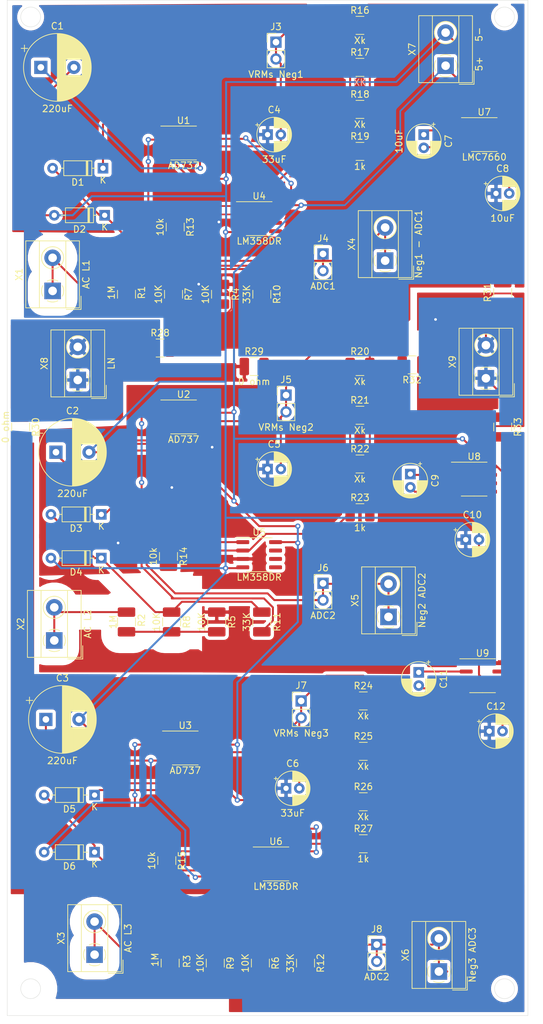
<source format=kicad_pcb>
(kicad_pcb (version 20171130) (host pcbnew "(5.1.6)-1")
  (layers (0 F.Cu signal) (31 B.Cu signal hide) (34 B.Paste user) (35 F.Paste user) (36 B.SilkS user) (37 F.SilkS user) (38 B.Mask user) (39 F.Mask user) (44 Edge.Cuts user))
  (net 0 "")
  (net 1 "Net-(C1-Pad1)")
  (net 2 GND)
  (net 3 "Net-(C3-Pad1)")
  (net 4 VCCQ)
  (net 5 "Net-(C4-Pad2)")
  (net 6 "Net-(D1-Pad2)")
  (net 7 VCC)
  (net 8 "Net-(R1-Pad1)")
  (net 9 "Net-(R1-Pad2)")
  (net 10 "Net-(C2-Pad1)")
  (net 11 "Net-(C5-Pad2)")
  (net 12 "Net-(C6-Pad2)")
  (net 13 "Net-(C7-Pad2)")
  (net 14 "Net-(C7-Pad1)")
  (net 15 "Net-(D3-Pad2)")
  (net 16 "Net-(D5-Pad2)")
  (net 17 "Net-(J8-Pad1)")
  (net 18 "Net-(R2-Pad1)")
  (net 19 "Net-(R2-Pad2)")
  (net 20 "Net-(R3-Pad1)")
  (net 21 "Net-(R3-Pad2)")
  (net 22 "Net-(R10-Pad2)")
  (net 23 "Net-(R11-Pad2)")
  (net 24 "Net-(R12-Pad2)")
  (net 25 "Net-(R13-Pad2)")
  (net 26 "Net-(R14-Pad2)")
  (net 27 "Net-(R15-Pad2)")
  (net 28 GND2)
  (net 29 GND3)
  (net 30 "Net-(J4-Pad1)")
  (net 31 "Net-(J6-Pad1)")
  (net 32 "Net-(C9-Pad2)")
  (net 33 "Net-(C9-Pad1)")
  (net 34 "Net-(C11-Pad2)")
  (net 35 "Net-(C11-Pad1)")
  (net 36 GNDPWR)
  (net 37 GNDA)
  (module Capacitor_THT:CP_Radial_D10.0mm_P5.00mm (layer F.Cu) (at 31.242 121.412)
    (fp_text reference C3 (at 2.5 -6.25) (layer F.SilkS))
    (fp_text value 220uF (at 2.5 6.25) (layer F.SilkS))
    (pad 1 thru_hole rect (at 0 0) (size 2 2) (drill 1) (layers *.Cu *.Mask) (net 3 "Net-(C3-Pad1)"))
    (pad 2 thru_hole circle (at 5 0) (size 2 2) (drill 1) (layers *.Cu *.Mask) (net 4 VCCQ))
  )
  (module TerminalBlock_MetzConnect:TerminalBlock_MetzConnect_Type055_RT01502HDWU_1x02_P5.00mm_Horizontal (layer F.Cu) (at 97.79 69.85 90)
    (fp_text reference X9 (at 2.5 -5.06 90) (layer F.SilkS))
    (fp_text value "AN GND")
    (pad 2 thru_hole circle (at 5 0 90) (size 2.5 2.5) (drill 1.3) (layers *.Cu *.Mask) (net 37 GNDA))
    (pad 1 thru_hole rect (at 0 0 90) (size 2.5 2.5) (drill 1.3) (layers *.Cu *.Mask) (net 37 GNDA))
  )
  (module Package_SO:SOIC-8_3.9x4.9mm_P1.27mm (layer F.Cu) (at 97.536 33.02)
    (fp_text reference U7 (at 0 -3.4) (layer F.SilkS))
    (fp_text value LMC7660 (at 0 3.4) (layer F.SilkS))
    (pad 8 smd roundrect (at 2.475 -1.905) (size 1.95 0.6) (layers F.Cu F.Paste F.Mask) (net 7 VCC))
    (pad 7 smd roundrect (at 2.475 -0.635) (size 1.95 0.6) (layers F.Cu F.Paste F.Mask))
    (pad 6 smd roundrect (at 2.475 0.635) (size 1.95 0.6) (layers F.Cu F.Paste F.Mask))
    (pad 5 smd roundrect (at 2.475 1.905) (size 1.95 0.6) (layers F.Cu F.Paste F.Mask) (net 4 VCCQ))
    (pad 4 smd roundrect (at -2.475 1.905) (size 1.95 0.6) (layers F.Cu F.Paste F.Mask) (net 13 "Net-(C7-Pad2)"))
    (pad 3 smd roundrect (at -2.475 0.635) (size 1.95 0.6) (layers F.Cu F.Paste F.Mask) (net 2 GND))
    (pad 2 smd roundrect (at -2.475 -0.635) (size 1.95 0.6) (layers F.Cu F.Paste F.Mask) (net 14 "Net-(C7-Pad1)"))
    (pad 1 smd roundrect (at -2.475 -1.905) (size 1.95 0.6) (layers F.Cu F.Paste F.Mask))
  )
  (module TerminalBlock_MetzConnect:TerminalBlock_MetzConnect_Type055_RT01502HDWU_1x02_P5.00mm_Horizontal (layer F.Cu) (at 36.068 70.104 90)
    (fp_text reference X8 (at 2.5 -5.06 90) (layer F.SilkS))
    (fp_text value LN (at 2.5 5.06 90) (layer F.SilkS))
    (pad 2 thru_hole circle (at 5 0 90) (size 2.5 2.5) (drill 1.3) (layers *.Cu *.Mask) (net 36 GNDPWR))
    (pad 1 thru_hole rect (at 0 0 90) (size 2.5 2.5) (drill 1.3) (layers *.Cu *.Mask) (net 36 GNDPWR))
  )
  (module Package_SO:SOIC-8_3.9x4.9mm_P1.27mm (layer F.Cu) (at 97.282 114.808)
    (fp_text reference U9 (at 0 -3.4) (layer F.SilkS))
    (fp_text value LMC7660)
    (pad 8 smd roundrect (at 2.475 -1.905) (size 1.95 0.6) (layers F.Cu F.Paste F.Mask) (net 7 VCC))
    (pad 7 smd roundrect (at 2.475 -0.635) (size 1.95 0.6) (layers F.Cu F.Paste F.Mask))
    (pad 6 smd roundrect (at 2.475 0.635) (size 1.95 0.6) (layers F.Cu F.Paste F.Mask))
    (pad 5 smd roundrect (at 2.475 1.905) (size 1.95 0.6) (layers F.Cu F.Paste F.Mask) (net 4 VCCQ))
    (pad 4 smd roundrect (at -2.475 1.905) (size 1.95 0.6) (layers F.Cu F.Paste F.Mask) (net 34 "Net-(C11-Pad2)"))
    (pad 3 smd roundrect (at -2.475 0.635) (size 1.95 0.6) (layers F.Cu F.Paste F.Mask) (net 29 GND3))
    (pad 2 smd roundrect (at -2.475 -0.635) (size 1.95 0.6) (layers F.Cu F.Paste F.Mask) (net 35 "Net-(C11-Pad1)"))
    (pad 1 smd roundrect (at -2.475 -1.905) (size 1.95 0.6) (layers F.Cu F.Paste F.Mask))
  )
  (module Package_SO:SOIC-8_3.9x4.9mm_P1.27mm (layer F.Cu) (at 96.012 85.09)
    (fp_text reference U8 (at 0 -3.4) (layer F.SilkS))
    (fp_text value LMC7660)
    (pad 8 smd roundrect (at 2.475 -1.905) (size 1.95 0.6) (layers F.Cu F.Paste F.Mask) (net 7 VCC))
    (pad 7 smd roundrect (at 2.475 -0.635) (size 1.95 0.6) (layers F.Cu F.Paste F.Mask))
    (pad 6 smd roundrect (at 2.475 0.635) (size 1.95 0.6) (layers F.Cu F.Paste F.Mask))
    (pad 5 smd roundrect (at 2.475 1.905) (size 1.95 0.6) (layers F.Cu F.Paste F.Mask) (net 4 VCCQ))
    (pad 4 smd roundrect (at -2.475 1.905) (size 1.95 0.6) (layers F.Cu F.Paste F.Mask) (net 32 "Net-(C9-Pad2)"))
    (pad 3 smd roundrect (at -2.475 0.635) (size 1.95 0.6) (layers F.Cu F.Paste F.Mask) (net 28 GND2))
    (pad 2 smd roundrect (at -2.475 -0.635) (size 1.95 0.6) (layers F.Cu F.Paste F.Mask) (net 33 "Net-(C9-Pad1)"))
    (pad 1 smd roundrect (at -2.475 -1.905) (size 1.95 0.6) (layers F.Cu F.Paste F.Mask))
  )
  (module Resistor_SMD:R_1210_3225Metric_Pad1.42x2.65mm_HandSolder (layer F.Cu) (at 100.33 77.216 270)
    (fp_text reference R33 (at 0 -2.28 90) (layer F.SilkS))
    (fp_text value "0 ohm")
    (pad 2 smd roundrect (at 1.4875 0 270) (size 1.425 2.65) (layers F.Cu F.Paste F.Mask) (roundrect_rratio 0.175439) (net 29 GND3))
    (pad 1 smd roundrect (at -1.4875 0 270) (size 1.425 2.65) (layers F.Cu F.Paste F.Mask) (roundrect_rratio 0.175439) (net 37 GNDA))
  )
  (module Resistor_SMD:R_1210_3225Metric_Pad1.42x2.65mm_HandSolder (layer F.Cu) (at 86.614 67.818 180)
    (fp_text reference R32 (at 0 -2.28) (layer F.SilkS))
    (fp_text value "0 ohm")
    (pad 2 smd roundrect (at 1.4875 0 180) (size 1.425 2.65) (layers F.Cu F.Paste F.Mask) (roundrect_rratio 0.175439) (net 28 GND2))
    (pad 1 smd roundrect (at -1.4875 0 180) (size 1.425 2.65) (layers F.Cu F.Paste F.Mask) (roundrect_rratio 0.175439) (net 37 GNDA))
  )
  (module Resistor_SMD:R_1210_3225Metric_Pad1.42x2.65mm_HandSolder (layer F.Cu) (at 100.33 56.896 90)
    (fp_text reference R31 (at 0 -2.28 90) (layer F.SilkS))
    (fp_text value "0 ohm")
    (pad 2 smd roundrect (at 1.4875 0 90) (size 1.425 2.65) (layers F.Cu F.Paste F.Mask) (roundrect_rratio 0.175439) (net 2 GND))
    (pad 1 smd roundrect (at -1.4875 0 90) (size 1.425 2.65) (layers F.Cu F.Paste F.Mask) (roundrect_rratio 0.175439) (net 37 GNDA))
  )
  (module Capacitor_THT:CP_Radial_D5.0mm_P2.00mm (layer F.Cu) (at 98.298 123.19)
    (fp_text reference C12 (at 1 -3.75) (layer F.SilkS))
    (fp_text value 10uF)
    (pad 2 thru_hole circle (at 2 0) (size 1.6 1.6) (drill 0.8) (layers *.Cu *.Mask) (net 4 VCCQ))
    (pad 1 thru_hole rect (at 0 0) (size 1.6 1.6) (drill 0.8) (layers *.Cu *.Mask) (net 29 GND3))
  )
  (module Capacitor_THT:CP_Radial_D5.0mm_P2.00mm (layer F.Cu) (at 87.63 114.3 270)
    (fp_text reference C11 (at 1 -3.75 90) (layer F.SilkS))
    (fp_text value 10uF)
    (pad 2 thru_hole circle (at 2 0 270) (size 1.6 1.6) (drill 0.8) (layers *.Cu *.Mask) (net 34 "Net-(C11-Pad2)"))
    (pad 1 thru_hole rect (at 0 0 270) (size 1.6 1.6) (drill 0.8) (layers *.Cu *.Mask) (net 35 "Net-(C11-Pad1)"))
  )
  (module Capacitor_THT:CP_Radial_D5.0mm_P2.00mm (layer F.Cu) (at 94.742 94.234)
    (fp_text reference C10 (at 1 -3.75) (layer F.SilkS))
    (fp_text value 10uF)
    (pad 2 thru_hole circle (at 2 0) (size 1.6 1.6) (drill 0.8) (layers *.Cu *.Mask) (net 4 VCCQ))
    (pad 1 thru_hole rect (at 0 0) (size 1.6 1.6) (drill 0.8) (layers *.Cu *.Mask) (net 28 GND2))
  )
  (module Capacitor_THT:CP_Radial_D5.0mm_P2.00mm (layer F.Cu) (at 86.36 84.328 270)
    (fp_text reference C9 (at 1 -3.75 90) (layer F.SilkS))
    (fp_text value 10uF)
    (pad 2 thru_hole circle (at 2 0 270) (size 1.6 1.6) (drill 0.8) (layers *.Cu *.Mask) (net 32 "Net-(C9-Pad2)"))
    (pad 1 thru_hole rect (at 0 0 270) (size 1.6 1.6) (drill 0.8) (layers *.Cu *.Mask) (net 33 "Net-(C9-Pad1)"))
  )
  (module TerminalBlock_MetzConnect:TerminalBlock_MetzConnect_Type055_RT01502HDWU_1x02_P5.00mm_Horizontal (layer F.Cu) (at 90.678 159.512 90)
    (fp_text reference X6 (at 2.5 -5.06 90) (layer F.SilkS))
    (fp_text value "Neg3 ADC3" (at 2.5 5.06 90) (layer F.SilkS))
    (pad 2 thru_hole circle (at 5 0 90) (size 2.5 2.5) (drill 1.3) (layers *.Cu *.Mask) (net 17 "Net-(J8-Pad1)"))
    (pad 1 thru_hole rect (at 0 0 90) (size 2.5 2.5) (drill 1.3) (layers *.Cu *.Mask) (net 17 "Net-(J8-Pad1)"))
  )
  (module TerminalBlock_MetzConnect:TerminalBlock_MetzConnect_Type055_RT01502HDWU_1x02_P5.00mm_Horizontal (layer F.Cu) (at 83.058 105.918 90)
    (fp_text reference X5 (at 2.5 -5.06 90) (layer F.SilkS))
    (fp_text value "Neg2 ADC2" (at 2.5 5.06 90) (layer F.SilkS))
    (pad 2 thru_hole circle (at 5 0 90) (size 2.5 2.5) (drill 1.3) (layers *.Cu *.Mask) (net 31 "Net-(J6-Pad1)"))
    (pad 1 thru_hole rect (at 0 0 90) (size 2.5 2.5) (drill 1.3) (layers *.Cu *.Mask) (net 31 "Net-(J6-Pad1)"))
  )
  (module Connector_PinHeader_2.54mm:PinHeader_1x02_P2.54mm_Vertical (layer F.Cu) (at 81.28 155.448)
    (fp_text reference J8 (at 0 -2.33) (layer F.SilkS))
    (fp_text value ADC2 (at 0 4.87) (layer F.SilkS))
    (pad 2 thru_hole oval (at 0 2.54) (size 1.7 1.7) (drill 1) (layers *.Cu *.Mask) (net 17 "Net-(J8-Pad1)"))
    (pad 1 thru_hole rect (at 0 0) (size 1.7 1.7) (drill 1) (layers *.Cu *.Mask) (net 17 "Net-(J8-Pad1)"))
  )
  (module Connector_PinHeader_2.54mm:PinHeader_1x02_P2.54mm_Vertical (layer F.Cu) (at 69.85 118.618)
    (fp_text reference J7 (at 0 -2.33) (layer F.SilkS))
    (fp_text value "VRMs Neg3" (at 0 4.87) (layer F.SilkS))
    (pad 2 thru_hole oval (at 0 2.54) (size 1.7 1.7) (drill 1) (layers *.Cu *.Mask) (net 12 "Net-(C6-Pad2)"))
    (pad 1 thru_hole rect (at 0 0) (size 1.7 1.7) (drill 1) (layers *.Cu *.Mask) (net 12 "Net-(C6-Pad2)"))
  )
  (module Connector_PinHeader_2.54mm:PinHeader_1x02_P2.54mm_Vertical (layer F.Cu) (at 73.152 100.838)
    (fp_text reference J6 (at 0 -2.33) (layer F.SilkS))
    (fp_text value ADC2 (at 0 4.87) (layer F.SilkS))
    (pad 2 thru_hole oval (at 0 2.54) (size 1.7 1.7) (drill 1) (layers *.Cu *.Mask) (net 31 "Net-(J6-Pad1)"))
    (pad 1 thru_hole rect (at 0 0) (size 1.7 1.7) (drill 1) (layers *.Cu *.Mask) (net 31 "Net-(J6-Pad1)"))
  )
  (module Package_SO:SOIC-8_3.9x4.9mm_P1.27mm (layer F.Cu) (at 66.04 143.256)
    (fp_text reference U6 (at 0 -3.4) (layer F.SilkS))
    (fp_text value LM358DR (at 0 3.4) (layer F.SilkS))
    (pad 8 smd roundrect (at 2.475 -1.905) (size 1.95 0.6) (layers F.Cu F.Paste F.Mask) (net 7 VCC))
    (pad 7 smd roundrect (at 2.475 -0.635) (size 1.95 0.6) (layers F.Cu F.Paste F.Mask))
    (pad 6 smd roundrect (at 2.475 0.635) (size 1.95 0.6) (layers F.Cu F.Paste F.Mask))
    (pad 5 smd roundrect (at 2.475 1.905) (size 1.95 0.6) (layers F.Cu F.Paste F.Mask))
    (pad 4 smd roundrect (at -2.475 1.905) (size 1.95 0.6) (layers F.Cu F.Paste F.Mask) (net 4 VCCQ))
    (pad 3 smd roundrect (at -2.475 0.635) (size 1.95 0.6) (layers F.Cu F.Paste F.Mask) (net 29 GND3))
    (pad 2 smd roundrect (at -2.475 -0.635) (size 1.95 0.6) (layers F.Cu F.Paste F.Mask) (net 27 "Net-(R15-Pad2)"))
    (pad 1 smd roundrect (at -2.475 -1.905) (size 1.95 0.6) (layers F.Cu F.Paste F.Mask) (net 17 "Net-(J8-Pad1)"))
  )
  (module Package_SO:SOIC-8_3.9x4.9mm_P1.27mm (layer F.Cu) (at 63.5 96.52)
    (fp_text reference U5 (at 0 -3.4) (layer F.SilkS))
    (fp_text value LM358DR (at 0 3.4) (layer F.SilkS))
    (pad 8 smd roundrect (at 2.475 -1.905) (size 1.95 0.6) (layers F.Cu F.Paste F.Mask) (net 7 VCC))
    (pad 7 smd roundrect (at 2.475 -0.635) (size 1.95 0.6) (layers F.Cu F.Paste F.Mask))
    (pad 6 smd roundrect (at 2.475 0.635) (size 1.95 0.6) (layers F.Cu F.Paste F.Mask))
    (pad 5 smd roundrect (at 2.475 1.905) (size 1.95 0.6) (layers F.Cu F.Paste F.Mask))
    (pad 4 smd roundrect (at -2.475 1.905) (size 1.95 0.6) (layers F.Cu F.Paste F.Mask) (net 4 VCCQ))
    (pad 3 smd roundrect (at -2.475 0.635) (size 1.95 0.6) (layers F.Cu F.Paste F.Mask) (net 28 GND2))
    (pad 2 smd roundrect (at -2.475 -0.635) (size 1.95 0.6) (layers F.Cu F.Paste F.Mask) (net 26 "Net-(R14-Pad2)"))
    (pad 1 smd roundrect (at -2.475 -1.905) (size 1.95 0.6) (layers F.Cu F.Paste F.Mask) (net 31 "Net-(J6-Pad1)"))
  )
  (module Package_SO:SOIC-8_3.9x4.9mm_P1.27mm (layer F.Cu) (at 63.5 45.72)
    (fp_text reference U4 (at 0 -3.4) (layer F.SilkS))
    (fp_text value LM358DR (at 0 3.4) (layer F.SilkS))
    (pad 8 smd roundrect (at 2.475 -1.905) (size 1.95 0.6) (layers F.Cu F.Paste F.Mask) (net 7 VCC))
    (pad 7 smd roundrect (at 2.475 -0.635) (size 1.95 0.6) (layers F.Cu F.Paste F.Mask))
    (pad 6 smd roundrect (at 2.475 0.635) (size 1.95 0.6) (layers F.Cu F.Paste F.Mask))
    (pad 5 smd roundrect (at 2.475 1.905) (size 1.95 0.6) (layers F.Cu F.Paste F.Mask))
    (pad 4 smd roundrect (at -2.475 1.905) (size 1.95 0.6) (layers F.Cu F.Paste F.Mask) (net 4 VCCQ))
    (pad 3 smd roundrect (at -2.475 0.635) (size 1.95 0.6) (layers F.Cu F.Paste F.Mask) (net 2 GND))
    (pad 2 smd roundrect (at -2.475 -0.635) (size 1.95 0.6) (layers F.Cu F.Paste F.Mask) (net 25 "Net-(R13-Pad2)"))
    (pad 1 smd roundrect (at -2.475 -1.905) (size 1.95 0.6) (layers F.Cu F.Paste F.Mask) (net 30 "Net-(J4-Pad1)"))
  )
  (module Package_SO:SOIC-8_3.9x4.9mm_P1.27mm (layer F.Cu) (at 52.324 125.73)
    (fp_text reference U3 (at 0 -3.4) (layer F.SilkS))
    (fp_text value AD737 (at 0 3.4) (layer F.SilkS))
    (pad 8 smd roundrect (at 2.475 -1.905) (size 1.95 0.6) (layers F.Cu F.Paste F.Mask) (net 29 GND3))
    (pad 7 smd roundrect (at 2.475 -0.635) (size 1.95 0.6) (layers F.Cu F.Paste F.Mask) (net 7 VCC))
    (pad 6 smd roundrect (at 2.475 0.635) (size 1.95 0.6) (layers F.Cu F.Paste F.Mask) (net 12 "Net-(C6-Pad2)"))
    (pad 5 smd roundrect (at 2.475 1.905) (size 1.95 0.6) (layers F.Cu F.Paste F.Mask) (net 3 "Net-(C3-Pad1)"))
    (pad 4 smd roundrect (at -2.475 1.905) (size 1.95 0.6) (layers F.Cu F.Paste F.Mask) (net 4 VCCQ))
    (pad 3 smd roundrect (at -2.475 0.635) (size 1.95 0.6) (layers F.Cu F.Paste F.Mask))
    (pad 2 smd roundrect (at -2.475 -0.635) (size 1.95 0.6) (layers F.Cu F.Paste F.Mask) (net 24 "Net-(R12-Pad2)"))
    (pad 1 smd roundrect (at -2.475 -1.905) (size 1.95 0.6) (layers F.Cu F.Paste F.Mask))
  )
  (module Package_SO:SOIC-8_3.9x4.9mm_P1.27mm (layer F.Cu) (at 52.07 75.692)
    (fp_text reference U2 (at 0 -3.4) (layer F.SilkS))
    (fp_text value AD737 (at 0 3.4) (layer F.SilkS))
    (pad 8 smd roundrect (at 2.475 -1.905) (size 1.95 0.6) (layers F.Cu F.Paste F.Mask) (net 28 GND2))
    (pad 7 smd roundrect (at 2.475 -0.635) (size 1.95 0.6) (layers F.Cu F.Paste F.Mask) (net 7 VCC))
    (pad 6 smd roundrect (at 2.475 0.635) (size 1.95 0.6) (layers F.Cu F.Paste F.Mask) (net 11 "Net-(C5-Pad2)"))
    (pad 5 smd roundrect (at 2.475 1.905) (size 1.95 0.6) (layers F.Cu F.Paste F.Mask) (net 10 "Net-(C2-Pad1)"))
    (pad 4 smd roundrect (at -2.475 1.905) (size 1.95 0.6) (layers F.Cu F.Paste F.Mask) (net 4 VCCQ))
    (pad 3 smd roundrect (at -2.475 0.635) (size 1.95 0.6) (layers F.Cu F.Paste F.Mask))
    (pad 2 smd roundrect (at -2.475 -0.635) (size 1.95 0.6) (layers F.Cu F.Paste F.Mask) (net 23 "Net-(R11-Pad2)"))
    (pad 1 smd roundrect (at -2.475 -1.905) (size 1.95 0.6) (layers F.Cu F.Paste F.Mask))
  )
  (module Package_SO:SOIC-8_3.9x4.9mm_P1.27mm (layer F.Cu) (at 52.07 34.29)
    (fp_text reference U1 (at 0 -3.4) (layer F.SilkS))
    (fp_text value AD737 (at 0 3.4) (layer F.SilkS))
    (pad 8 smd roundrect (at 2.475 -1.905) (size 1.95 0.6) (layers F.Cu F.Paste F.Mask) (net 2 GND))
    (pad 7 smd roundrect (at 2.475 -0.635) (size 1.95 0.6) (layers F.Cu F.Paste F.Mask) (net 7 VCC))
    (pad 6 smd roundrect (at 2.475 0.635) (size 1.95 0.6) (layers F.Cu F.Paste F.Mask) (net 5 "Net-(C4-Pad2)"))
    (pad 5 smd roundrect (at 2.475 1.905) (size 1.95 0.6) (layers F.Cu F.Paste F.Mask) (net 1 "Net-(C1-Pad1)"))
    (pad 4 smd roundrect (at -2.475 1.905) (size 1.95 0.6) (layers F.Cu F.Paste F.Mask) (net 4 VCCQ))
    (pad 3 smd roundrect (at -2.475 0.635) (size 1.95 0.6) (layers F.Cu F.Paste F.Mask))
    (pad 2 smd roundrect (at -2.475 -0.635) (size 1.95 0.6) (layers F.Cu F.Paste F.Mask) (net 22 "Net-(R10-Pad2)"))
    (pad 1 smd roundrect (at -2.475 -1.905) (size 1.95 0.6) (layers F.Cu F.Paste F.Mask))
  )
  (module Resistor_SMD:R_1210_3225Metric_Pad1.42x2.65mm_HandSolder (layer F.Cu) (at 62.738 68.072)
    (fp_text reference R29 (at 0 -2.28) (layer F.SilkS))
    (fp_text value "0 ohm" (at 0 2.28) (layer F.SilkS))
    (pad 2 smd roundrect (at 1.4875 0) (size 1.425 2.65) (layers F.Cu F.Paste F.Mask) (roundrect_rratio 0.175439) (net 28 GND2))
    (pad 1 smd roundrect (at -1.4875 0) (size 1.425 2.65) (layers F.Cu F.Paste F.Mask) (roundrect_rratio 0.175439) (net 36 GNDPWR))
  )
  (module Resistor_SMD:R_1210_3225Metric_Pad1.42x2.65mm_HandSolder (layer F.Cu) (at 48.514 65.278)
    (fp_text reference R28 (at 0 -2.28) (layer F.SilkS))
    (fp_text value "0 ohm")
    (pad 2 smd roundrect (at 1.4875 0) (size 1.425 2.65) (layers F.Cu F.Paste F.Mask) (roundrect_rratio 0.175439) (net 2 GND))
    (pad 1 smd roundrect (at -1.4875 0) (size 1.425 2.65) (layers F.Cu F.Paste F.Mask) (roundrect_rratio 0.175439) (net 36 GNDPWR))
  )
  (module TerminalBlock_MetzConnect:TerminalBlock_MetzConnect_Type055_RT01502HDWU_1x02_P5.00mm_Horizontal (layer F.Cu) (at 82.55 52.07 90)
    (fp_text reference X4 (at 2.5 -5.06 90) (layer F.SilkS))
    (fp_text value "Neg1 - ADC1" (at 2.5 5.06 90) (layer F.SilkS))
    (pad 2 thru_hole circle (at 5 0 90) (size 2.5 2.5) (drill 1.3) (layers *.Cu *.Mask) (net 30 "Net-(J4-Pad1)"))
    (pad 1 thru_hole rect (at 0 0 90) (size 2.5 2.5) (drill 1.3) (layers *.Cu *.Mask) (net 30 "Net-(J4-Pad1)"))
  )
  (module TerminalBlock_MetzConnect:TerminalBlock_MetzConnect_Type055_RT01502HDWU_1x02_P5.00mm_Horizontal (layer F.Cu) (at 91.694 22.606 90)
    (fp_text reference X7 (at 2.5 -5.06 90) (layer F.SilkS))
    (fp_text value "5+   5-" (at 2.5 5.06 90) (layer F.SilkS))
    (pad 2 thru_hole circle (at 5 0 90) (size 2.5 2.5) (drill 1.3) (layers *.Cu *.Mask) (net 4 VCCQ))
    (pad 1 thru_hole rect (at 0 0 90) (size 2.5 2.5) (drill 1.3) (layers *.Cu *.Mask) (net 7 VCC))
  )
  (module Resistor_SMD:R_1210_3225Metric_Pad1.42x2.65mm_HandSolder (layer F.Cu) (at 27.432 77.216 270)
    (fp_text reference R30 (at 0 -2.28 90) (layer F.SilkS))
    (fp_text value "0 ohm" (at 0 2.28 90) (layer F.SilkS))
    (pad 2 smd roundrect (at 1.4875 0 270) (size 1.425 2.65) (layers F.Cu F.Paste F.Mask) (roundrect_rratio 0.175439) (net 29 GND3))
    (pad 1 smd roundrect (at -1.4875 0 270) (size 1.425 2.65) (layers F.Cu F.Paste F.Mask) (roundrect_rratio 0.175439) (net 36 GNDPWR))
  )
  (module Resistor_SMD:R_1210_3225Metric_Pad1.42x2.65mm_HandSolder (layer F.Cu) (at 79.248 140.208)
    (fp_text reference R27 (at 0 -2.28) (layer F.SilkS))
    (fp_text value 1k (at 0 2.28) (layer F.SilkS))
    (pad 2 smd roundrect (at 1.4875 0) (size 1.425 2.65) (layers F.Cu F.Paste F.Mask) (roundrect_rratio 0.175439) (net 12 "Net-(C6-Pad2)"))
    (pad 1 smd roundrect (at -1.4875 0) (size 1.425 2.65) (layers F.Cu F.Paste F.Mask) (roundrect_rratio 0.175439) (net 27 "Net-(R15-Pad2)"))
  )
  (module Resistor_SMD:R_1210_3225Metric_Pad1.42x2.65mm_HandSolder (layer F.Cu) (at 79.248 133.858)
    (fp_text reference R26 (at 0 -2.28) (layer F.SilkS))
    (fp_text value Xk (at 0 2.28) (layer F.SilkS))
    (pad 2 smd roundrect (at 1.4875 0) (size 1.425 2.65) (layers F.Cu F.Paste F.Mask) (roundrect_rratio 0.175439) (net 12 "Net-(C6-Pad2)"))
    (pad 1 smd roundrect (at -1.4875 0) (size 1.425 2.65) (layers F.Cu F.Paste F.Mask) (roundrect_rratio 0.175439) (net 27 "Net-(R15-Pad2)"))
  )
  (module Resistor_SMD:R_1210_3225Metric_Pad1.42x2.65mm_HandSolder (layer F.Cu) (at 79.248 126.238)
    (fp_text reference R25 (at 0 -2.28) (layer F.SilkS))
    (fp_text value Xk (at 0 2.28) (layer F.SilkS))
    (pad 2 smd roundrect (at 1.4875 0) (size 1.425 2.65) (layers F.Cu F.Paste F.Mask) (roundrect_rratio 0.175439) (net 12 "Net-(C6-Pad2)"))
    (pad 1 smd roundrect (at -1.4875 0) (size 1.425 2.65) (layers F.Cu F.Paste F.Mask) (roundrect_rratio 0.175439) (net 27 "Net-(R15-Pad2)"))
  )
  (module Resistor_SMD:R_1210_3225Metric_Pad1.42x2.65mm_HandSolder (layer F.Cu) (at 79.248 118.618)
    (fp_text reference R24 (at 0 -2.28) (layer F.SilkS))
    (fp_text value Xk (at 0 2.28) (layer F.SilkS))
    (pad 2 smd roundrect (at 1.4875 0) (size 1.425 2.65) (layers F.Cu F.Paste F.Mask) (roundrect_rratio 0.175439) (net 12 "Net-(C6-Pad2)"))
    (pad 1 smd roundrect (at -1.4875 0) (size 1.425 2.65) (layers F.Cu F.Paste F.Mask) (roundrect_rratio 0.175439) (net 27 "Net-(R15-Pad2)"))
  )
  (module Resistor_SMD:R_1210_3225Metric_Pad1.42x2.65mm_HandSolder (layer F.Cu) (at 78.74 90.17)
    (fp_text reference R23 (at 0 -2.28) (layer F.SilkS))
    (fp_text value 1k (at 0 2.28) (layer F.SilkS))
    (pad 2 smd roundrect (at 1.4875 0) (size 1.425 2.65) (layers F.Cu F.Paste F.Mask) (roundrect_rratio 0.175439) (net 11 "Net-(C5-Pad2)"))
    (pad 1 smd roundrect (at -1.4875 0) (size 1.425 2.65) (layers F.Cu F.Paste F.Mask) (roundrect_rratio 0.175439) (net 26 "Net-(R14-Pad2)"))
  )
  (module Resistor_SMD:R_1210_3225Metric_Pad1.42x2.65mm_HandSolder (layer F.Cu) (at 78.74 82.804)
    (fp_text reference R22 (at 0 -2.28) (layer F.SilkS))
    (fp_text value Xk (at 0 2.28) (layer F.SilkS))
    (pad 2 smd roundrect (at 1.4875 0) (size 1.425 2.65) (layers F.Cu F.Paste F.Mask) (roundrect_rratio 0.175439) (net 11 "Net-(C5-Pad2)"))
    (pad 1 smd roundrect (at -1.4875 0) (size 1.425 2.65) (layers F.Cu F.Paste F.Mask) (roundrect_rratio 0.175439) (net 26 "Net-(R14-Pad2)"))
  )
  (module Resistor_SMD:R_1210_3225Metric_Pad1.42x2.65mm_HandSolder (layer F.Cu) (at 78.74 75.438)
    (fp_text reference R21 (at 0 -2.28) (layer F.SilkS))
    (fp_text value Xk (at 0 2.28) (layer F.SilkS))
    (pad 2 smd roundrect (at 1.4875 0) (size 1.425 2.65) (layers F.Cu F.Paste F.Mask) (roundrect_rratio 0.175439) (net 11 "Net-(C5-Pad2)"))
    (pad 1 smd roundrect (at -1.4875 0) (size 1.425 2.65) (layers F.Cu F.Paste F.Mask) (roundrect_rratio 0.175439) (net 26 "Net-(R14-Pad2)"))
  )
  (module Resistor_SMD:R_1210_3225Metric_Pad1.42x2.65mm_HandSolder (layer F.Cu) (at 78.74 68.072)
    (fp_text reference R20 (at 0 -2.28) (layer F.SilkS))
    (fp_text value Xk (at 0 2.28) (layer F.SilkS))
    (pad 2 smd roundrect (at 1.4875 0) (size 1.425 2.65) (layers F.Cu F.Paste F.Mask) (roundrect_rratio 0.175439) (net 11 "Net-(C5-Pad2)"))
    (pad 1 smd roundrect (at -1.4875 0) (size 1.425 2.65) (layers F.Cu F.Paste F.Mask) (roundrect_rratio 0.175439) (net 26 "Net-(R14-Pad2)"))
  )
  (module Resistor_SMD:R_1210_3225Metric_Pad1.42x2.65mm_HandSolder (layer F.Cu) (at 78.74 35.56)
    (fp_text reference R19 (at 0 -2.28) (layer F.SilkS))
    (fp_text value 1k (at 0 2.28) (layer F.SilkS))
    (pad 2 smd roundrect (at 1.4875 0) (size 1.425 2.65) (layers F.Cu F.Paste F.Mask) (roundrect_rratio 0.175439) (net 5 "Net-(C4-Pad2)"))
    (pad 1 smd roundrect (at -1.4875 0) (size 1.425 2.65) (layers F.Cu F.Paste F.Mask) (roundrect_rratio 0.175439) (net 25 "Net-(R13-Pad2)"))
  )
  (module Resistor_SMD:R_1210_3225Metric_Pad1.42x2.65mm_HandSolder (layer F.Cu) (at 78.74 29.21)
    (fp_text reference R18 (at 0 -2.28) (layer F.SilkS))
    (fp_text value Xk (at 0 2.28) (layer F.SilkS))
    (pad 2 smd roundrect (at 1.4875 0) (size 1.425 2.65) (layers F.Cu F.Paste F.Mask) (roundrect_rratio 0.175439) (net 5 "Net-(C4-Pad2)"))
    (pad 1 smd roundrect (at -1.4875 0) (size 1.425 2.65) (layers F.Cu F.Paste F.Mask) (roundrect_rratio 0.175439) (net 25 "Net-(R13-Pad2)"))
  )
  (module Resistor_SMD:R_1210_3225Metric_Pad1.42x2.65mm_HandSolder (layer F.Cu) (at 78.74 22.86)
    (fp_text reference R17 (at 0 -2.28) (layer F.SilkS))
    (fp_text value XK (at 0 2.28) (layer B.SilkS))
    (pad 2 smd roundrect (at 1.4875 0) (size 1.425 2.65) (layers F.Cu F.Paste F.Mask) (roundrect_rratio 0.175439) (net 5 "Net-(C4-Pad2)"))
    (pad 1 smd roundrect (at -1.4875 0) (size 1.425 2.65) (layers F.Cu F.Paste F.Mask) (roundrect_rratio 0.175439) (net 25 "Net-(R13-Pad2)"))
  )
  (module Resistor_SMD:R_1210_3225Metric_Pad1.42x2.65mm_HandSolder (layer F.Cu) (at 78.74 16.51)
    (fp_text reference R16 (at 0 -2.28) (layer F.SilkS))
    (fp_text value Xk (at 0 2.28) (layer F.SilkS))
    (pad 2 smd roundrect (at 1.4875 0) (size 1.425 2.65) (layers F.Cu F.Paste F.Mask) (roundrect_rratio 0.175439) (net 5 "Net-(C4-Pad2)"))
    (pad 1 smd roundrect (at -1.4875 0) (size 1.425 2.65) (layers F.Cu F.Paste F.Mask) (roundrect_rratio 0.175439) (net 25 "Net-(R13-Pad2)"))
  )
  (module Resistor_SMD:R_1210_3225Metric_Pad1.42x2.65mm_HandSolder (layer F.Cu) (at 49.53 142.748 270)
    (fp_text reference R15 (at 0 -2.28 90) (layer F.SilkS))
    (fp_text value 10k (at 0 2.28 90) (layer F.SilkS))
    (pad 2 smd roundrect (at 1.4875 0 270) (size 1.425 2.65) (layers F.Cu F.Paste F.Mask) (roundrect_rratio 0.175439) (net 27 "Net-(R15-Pad2)"))
    (pad 1 smd roundrect (at -1.4875 0 270) (size 1.425 2.65) (layers F.Cu F.Paste F.Mask) (roundrect_rratio 0.175439) (net 17 "Net-(J8-Pad1)"))
  )
  (module Resistor_SMD:R_1210_3225Metric_Pad1.42x2.65mm_HandSolder (layer F.Cu) (at 49.784 96.774 270)
    (fp_text reference R14 (at 0 -2.28 90) (layer F.SilkS))
    (fp_text value 10k (at 0 2.28 90) (layer F.SilkS))
    (pad 2 smd roundrect (at 1.4875 0 270) (size 1.425 2.65) (layers F.Cu F.Paste F.Mask) (roundrect_rratio 0.175439) (net 26 "Net-(R14-Pad2)"))
    (pad 1 smd roundrect (at -1.4875 0 270) (size 1.425 2.65) (layers F.Cu F.Paste F.Mask) (roundrect_rratio 0.175439) (net 31 "Net-(J6-Pad1)"))
  )
  (module Resistor_SMD:R_1210_3225Metric_Pad1.42x2.65mm_HandSolder (layer F.Cu) (at 50.8 46.99 270)
    (fp_text reference R13 (at 0 -2.28 90) (layer F.SilkS))
    (fp_text value 10k (at 0 2.28 90) (layer F.SilkS))
    (pad 2 smd roundrect (at 1.4875 0 270) (size 1.425 2.65) (layers F.Cu F.Paste F.Mask) (roundrect_rratio 0.175439) (net 25 "Net-(R13-Pad2)"))
    (pad 1 smd roundrect (at -1.4875 0 270) (size 1.425 2.65) (layers F.Cu F.Paste F.Mask) (roundrect_rratio 0.175439) (net 30 "Net-(J4-Pad1)"))
  )
  (module Resistor_SMD:R_1210_3225Metric_Pad1.42x2.65mm_HandSolder (layer F.Cu) (at 70.506501 158.242 270)
    (fp_text reference R12 (at 0 -2.28 90) (layer F.SilkS))
    (fp_text value 33K (at 0 2.28 90) (layer F.SilkS))
    (pad 2 smd roundrect (at 1.4875 0 270) (size 1.425 2.65) (layers F.Cu F.Paste F.Mask) (roundrect_rratio 0.175439) (net 24 "Net-(R12-Pad2)"))
    (pad 1 smd roundrect (at -1.4875 0 270) (size 1.425 2.65) (layers F.Cu F.Paste F.Mask) (roundrect_rratio 0.175439) (net 16 "Net-(D5-Pad2)"))
  )
  (module Resistor_SMD:R_1210_3225Metric_Pad1.42x2.65mm_HandSolder (layer F.Cu) (at 63.902501 106.68 270)
    (fp_text reference R11 (at 0 -2.28 90) (layer F.SilkS))
    (fp_text value 33K (at 0 2.28 90) (layer F.SilkS))
    (pad 2 smd roundrect (at 1.4875 0 270) (size 1.425 2.65) (layers F.Cu F.Paste F.Mask) (roundrect_rratio 0.175439) (net 23 "Net-(R11-Pad2)"))
    (pad 1 smd roundrect (at -1.4875 0 270) (size 1.425 2.65) (layers F.Cu F.Paste F.Mask) (roundrect_rratio 0.175439) (net 15 "Net-(D3-Pad2)"))
  )
  (module Connector_PinHeader_2.54mm:PinHeader_1x02_P2.54mm_Vertical (layer F.Cu) (at 67.564 72.39)
    (fp_text reference J5 (at 0 -2.33) (layer F.SilkS))
    (fp_text value "VRMs Neg2" (at 0 4.87) (layer F.SilkS))
    (pad 2 thru_hole oval (at 0 2.54) (size 1.7 1.7) (drill 1) (layers *.Cu *.Mask) (net 11 "Net-(C5-Pad2)"))
    (pad 1 thru_hole rect (at 0 0) (size 1.7 1.7) (drill 1) (layers *.Cu *.Mask) (net 11 "Net-(C5-Pad2)"))
  )
  (module Connector_PinHeader_2.54mm:PinHeader_1x02_P2.54mm_Vertical (layer F.Cu) (at 73.152 51.054)
    (fp_text reference J4 (at 0 -2.33) (layer F.SilkS))
    (fp_text value ADC1 (at 0 4.87) (layer F.SilkS))
    (pad 2 thru_hole oval (at 0 2.54) (size 1.7 1.7) (drill 1) (layers *.Cu *.Mask) (net 30 "Net-(J4-Pad1)"))
    (pad 1 thru_hole rect (at 0 0) (size 1.7 1.7) (drill 1) (layers *.Cu *.Mask) (net 30 "Net-(J4-Pad1)"))
  )
  (module Connector_PinHeader_2.54mm:PinHeader_1x02_P2.54mm_Vertical (layer F.Cu) (at 66.04 19.05)
    (fp_text reference J3 (at 0 -2.33) (layer F.SilkS))
    (fp_text value "VRMs Neg1" (at 0 4.87) (layer F.SilkS))
    (pad 2 thru_hole oval (at 0 2.54) (size 1.7 1.7) (drill 1) (layers *.Cu *.Mask) (net 5 "Net-(C4-Pad2)"))
    (pad 1 thru_hole rect (at 0 0) (size 1.7 1.7) (drill 1) (layers *.Cu *.Mask) (net 5 "Net-(C4-Pad2)"))
  )
  (module Diode_THT:D_DO-35_SOD27_P7.62mm_Horizontal (layer F.Cu) (at 38.608 141.478 180)
    (fp_text reference D6 (at 3.81 -2.12) (layer F.SilkS))
    (fp_text value 1N914)
    (fp_text user K (at 0 -1.8) (layer F.SilkS))
    (pad 2 thru_hole oval (at 7.62 0 180) (size 1.6 1.6) (drill 0.8) (layers *.Cu *.Mask) (net 4 VCCQ))
    (pad 1 thru_hole rect (at 0 0 180) (size 1.6 1.6) (drill 0.8) (layers *.Cu *.Mask) (net 16 "Net-(D5-Pad2)"))
  )
  (module Diode_THT:D_DO-35_SOD27_P7.62mm_Horizontal (layer F.Cu) (at 38.608 132.842 180)
    (fp_text reference D5 (at 3.81 -2.12) (layer F.SilkS))
    (fp_text value 1N914)
    (fp_text user K (at 0 -1.8) (layer F.SilkS))
    (pad 2 thru_hole oval (at 7.62 0 180) (size 1.6 1.6) (drill 0.8) (layers *.Cu *.Mask) (net 16 "Net-(D5-Pad2)"))
    (pad 1 thru_hole rect (at 0 0 180) (size 1.6 1.6) (drill 0.8) (layers *.Cu *.Mask) (net 7 VCC))
  )
  (module Diode_THT:D_DO-35_SOD27_P7.62mm_Horizontal (layer F.Cu) (at 39.624 97.028 180)
    (fp_text reference D4 (at 3.81 -2.12) (layer F.SilkS))
    (fp_text value 1N914)
    (fp_text user K (at 0 -1.8) (layer F.SilkS))
    (pad 2 thru_hole oval (at 7.62 0 180) (size 1.6 1.6) (drill 0.8) (layers *.Cu *.Mask) (net 4 VCCQ))
    (pad 1 thru_hole rect (at 0 0 180) (size 1.6 1.6) (drill 0.8) (layers *.Cu *.Mask) (net 15 "Net-(D3-Pad2)"))
  )
  (module Diode_THT:D_DO-35_SOD27_P7.62mm_Horizontal (layer F.Cu) (at 39.624 90.424 180)
    (fp_text reference D3 (at 3.81 -2.12) (layer F.SilkS))
    (fp_text value 1N914)
    (fp_text user K (at 0 -1.8) (layer F.SilkS))
    (pad 2 thru_hole oval (at 7.62 0 180) (size 1.6 1.6) (drill 0.8) (layers *.Cu *.Mask) (net 15 "Net-(D3-Pad2)"))
    (pad 1 thru_hole rect (at 0 0 180) (size 1.6 1.6) (drill 0.8) (layers *.Cu *.Mask) (net 7 VCC))
  )
  (module Capacitor_THT:CP_Radial_D5.0mm_P2.00mm (layer F.Cu) (at 99.314 41.91)
    (fp_text reference C8 (at 1 -3.75) (layer F.SilkS))
    (fp_text value 10uF (at 1 3.75) (layer F.SilkS))
    (pad 2 thru_hole circle (at 2 0) (size 1.6 1.6) (drill 0.8) (layers *.Cu *.Mask) (net 4 VCCQ))
    (pad 1 thru_hole rect (at 0 0) (size 1.6 1.6) (drill 0.8) (layers *.Cu *.Mask) (net 2 GND))
  )
  (module Capacitor_THT:CP_Radial_D5.0mm_P2.00mm (layer F.Cu) (at 88.392 33.02 270)
    (fp_text reference C7 (at 1 -3.75 90) (layer F.SilkS))
    (fp_text value 10uF (at 1 3.75 90) (layer F.SilkS))
    (pad 2 thru_hole circle (at 2 0 270) (size 1.6 1.6) (drill 0.8) (layers *.Cu *.Mask) (net 13 "Net-(C7-Pad2)"))
    (pad 1 thru_hole rect (at 0 0 270) (size 1.6 1.6) (drill 0.8) (layers *.Cu *.Mask) (net 14 "Net-(C7-Pad1)"))
  )
  (module Capacitor_THT:CP_Radial_D5.0mm_P2.00mm (layer F.Cu) (at 67.564 131.826)
    (fp_text reference C6 (at 1 -3.75) (layer F.SilkS))
    (fp_text value 33uF (at 1 3.75) (layer F.SilkS))
    (pad 2 thru_hole circle (at 2 0) (size 1.6 1.6) (drill 0.8) (layers *.Cu *.Mask) (net 12 "Net-(C6-Pad2)"))
    (pad 1 thru_hole rect (at 0 0) (size 1.6 1.6) (drill 0.8) (layers *.Cu *.Mask) (net 29 GND3))
  )
  (module Capacitor_THT:CP_Radial_D5.0mm_P2.00mm (layer F.Cu) (at 64.77 83.566)
    (fp_text reference C5 (at 1 -3.75) (layer F.SilkS))
    (fp_text value 33uF)
    (pad 2 thru_hole circle (at 2 0) (size 1.6 1.6) (drill 0.8) (layers *.Cu *.Mask) (net 11 "Net-(C5-Pad2)"))
    (pad 1 thru_hole rect (at 0 0) (size 1.6 1.6) (drill 0.8) (layers *.Cu *.Mask) (net 28 GND2))
  )
  (module Capacitor_THT:CP_Radial_D10.0mm_P5.00mm (layer F.Cu) (at 32.766 81.026)
    (fp_text reference C2 (at 2.5 -6.25) (layer F.SilkS))
    (fp_text value 220uF (at 2.5 6.25) (layer F.SilkS))
    (pad 2 thru_hole circle (at 5 0) (size 2 2) (drill 1) (layers *.Cu *.Mask) (net 4 VCCQ))
    (pad 1 thru_hole rect (at 0 0) (size 2 2) (drill 1) (layers *.Cu *.Mask) (net 10 "Net-(C2-Pad1)"))
  )
  (module Capacitor_THT:CP_Radial_D10.0mm_P5.00mm (layer F.Cu) (at 30.48 22.86)
    (fp_text reference C1 (at 2.5 -6.25) (layer F.SilkS))
    (fp_text value 220uF (at 2.5 6.25) (layer F.SilkS))
    (pad 2 thru_hole circle (at 5 0) (size 2 2) (drill 1) (layers *.Cu *.Mask) (net 4 VCCQ))
    (pad 1 thru_hole rect (at 0 0) (size 2 2) (drill 1) (layers *.Cu *.Mask) (net 1 "Net-(C1-Pad1)"))
  )
  (module TerminalBlock_MetzConnect:TerminalBlock_MetzConnect_Type055_RT01502HDWU_1x02_P5.00mm_Horizontal (layer F.Cu) (at 38.608 156.972 90)
    (fp_text reference X3 (at 2.5 -5.06 90) (layer F.SilkS))
    (fp_text value "AC L3" (at 2.5 5.06 90) (layer F.SilkS))
    (pad 2 thru_hole circle (at 5 0 90) (size 2.5 2.5) (drill 1.3) (layers *.Cu *.Mask) (net 21 "Net-(R3-Pad2)"))
    (pad 1 thru_hole rect (at 0 0 90) (size 2.5 2.5) (drill 1.3) (layers *.Cu *.Mask) (net 21 "Net-(R3-Pad2)"))
  )
  (module TerminalBlock_MetzConnect:TerminalBlock_MetzConnect_Type055_RT01502HDWU_1x02_P5.00mm_Horizontal (layer F.Cu) (at 32.512 109.474 90)
    (fp_text reference X2 (at 2.5 -5.06 90) (layer F.SilkS))
    (fp_text value "AC L2" (at 2.5 5.06 90) (layer F.SilkS))
    (pad 2 thru_hole circle (at 5 0 90) (size 2.5 2.5) (drill 1.3) (layers *.Cu *.Mask) (net 19 "Net-(R2-Pad2)"))
    (pad 1 thru_hole rect (at 0 0 90) (size 2.5 2.5) (drill 1.3) (layers *.Cu *.Mask) (net 19 "Net-(R2-Pad2)"))
  )
  (module TerminalBlock_MetzConnect:TerminalBlock_MetzConnect_Type055_RT01502HDWU_1x02_P5.00mm_Horizontal (layer F.Cu) (at 32.258 56.642 90)
    (fp_text reference X1 (at 2.5 -5.06 90) (layer F.SilkS))
    (fp_text value "AC L1" (at 2.5 5.06 90) (layer F.SilkS))
    (pad 2 thru_hole circle (at 5 0 90) (size 2.5 2.5) (drill 1.3) (layers *.Cu *.Mask) (net 9 "Net-(R1-Pad2)"))
    (pad 1 thru_hole rect (at 0 0 90) (size 2.5 2.5) (drill 1.3) (layers *.Cu *.Mask) (net 9 "Net-(R1-Pad2)"))
  )
  (module Resistor_SMD:R_1210_3225Metric_Pad1.42x2.65mm_HandSolder (layer F.Cu) (at 63.902501 57.15 270)
    (fp_text reference R10 (at 0 -2.28 90) (layer F.SilkS))
    (fp_text value 33K (at 0 2.28 90) (layer F.SilkS))
    (pad 2 smd roundrect (at 1.4875 0 270) (size 1.425 2.65) (layers F.Cu F.Paste F.Mask) (roundrect_rratio 0.175439) (net 22 "Net-(R10-Pad2)"))
    (pad 1 smd roundrect (at -1.4875 0 270) (size 1.425 2.65) (layers F.Cu F.Paste F.Mask) (roundrect_rratio 0.175439) (net 6 "Net-(D1-Pad2)"))
  )
  (module Resistor_SMD:R_1210_3225Metric_Pad1.42x2.65mm_HandSolder (layer F.Cu) (at 56.860833 158.242 270)
    (fp_text reference R9 (at 0 -2.28 90) (layer F.SilkS))
    (fp_text value 10K (at 0 2.28 90) (layer F.SilkS))
    (pad 2 smd roundrect (at 1.4875 0 270) (size 1.425 2.65) (layers F.Cu F.Paste F.Mask) (roundrect_rratio 0.175439) (net 20 "Net-(R3-Pad1)"))
    (pad 1 smd roundrect (at -1.4875 0 270) (size 1.425 2.65) (layers F.Cu F.Paste F.Mask) (roundrect_rratio 0.175439) (net 16 "Net-(D5-Pad2)"))
  )
  (module Resistor_SMD:R_1210_3225Metric_Pad1.42x2.65mm_HandSolder (layer F.Cu) (at 50.256833 106.68 270)
    (fp_text reference R8 (at 0 -2.28 90) (layer F.SilkS))
    (fp_text value 10K (at 0 2.28 90) (layer F.SilkS))
    (pad 2 smd roundrect (at 1.4875 0 270) (size 1.425 2.65) (layers F.Cu F.Paste F.Mask) (roundrect_rratio 0.175439) (net 18 "Net-(R2-Pad1)"))
    (pad 1 smd roundrect (at -1.4875 0 270) (size 1.425 2.65) (layers F.Cu F.Paste F.Mask) (roundrect_rratio 0.175439) (net 15 "Net-(D3-Pad2)"))
  )
  (module Capacitor_THT:CP_Radial_D5.0mm_P2.00mm (layer F.Cu) (at 64.77 33.02)
    (fp_text reference C4 (at 1 -3.75) (layer F.SilkS))
    (fp_text value 33uF (at 1 3.75) (layer F.SilkS))
    (pad 1 thru_hole rect (at 0 0) (size 1.6 1.6) (drill 0.8) (layers *.Cu *.Mask) (net 2 GND))
    (pad 2 thru_hole circle (at 2 0) (size 1.6 1.6) (drill 0.8) (layers *.Cu *.Mask) (net 5 "Net-(C4-Pad2)"))
  )
  (module Diode_THT:D_DO-35_SOD27_P7.62mm_Horizontal (layer F.Cu) (at 39.878 38.1 180)
    (fp_text reference D1 (at 3.81 -2.12) (layer F.SilkS))
    (fp_text value 1N914)
    (fp_text user K (at 0 -1.8) (layer F.SilkS))
    (pad 2 thru_hole oval (at 7.62 0 180) (size 1.6 1.6) (drill 0.8) (layers *.Cu *.Mask) (net 6 "Net-(D1-Pad2)"))
    (pad 1 thru_hole rect (at 0 0 180) (size 1.6 1.6) (drill 0.8) (layers *.Cu *.Mask) (net 7 VCC))
  )
  (module Diode_THT:D_DO-35_SOD27_P7.62mm_Horizontal (layer F.Cu) (at 40.132 45.212 180)
    (fp_text reference D2 (at 3.81 -2.12) (layer F.SilkS))
    (fp_text value 1N914)
    (fp_text user K (at 0 -1.8) (layer F.SilkS))
    (pad 1 thru_hole rect (at 0 0 180) (size 1.6 1.6) (drill 0.8) (layers *.Cu *.Mask) (net 6 "Net-(D1-Pad2)"))
    (pad 2 thru_hole oval (at 7.62 0 180) (size 1.6 1.6) (drill 0.8) (layers *.Cu *.Mask) (net 4 VCCQ))
  )
  (module Resistor_SMD:R_1210_3225Metric_Pad1.42x2.65mm_HandSolder (layer F.Cu) (at 43.434 57.15 90)
    (fp_text reference R1 (at 0.254 2.286 90) (layer F.SilkS))
    (fp_text value 1M (at 0.254 -2.286 90) (layer F.SilkS))
    (pad 1 smd roundrect (at -1.4875 0 90) (size 1.425 2.65) (layers F.Cu F.Paste F.Mask) (roundrect_rratio 0.175439) (net 8 "Net-(R1-Pad1)"))
    (pad 2 smd roundrect (at 1.4875 0 90) (size 1.425 2.65) (layers F.Cu F.Paste F.Mask) (roundrect_rratio 0.175439) (net 9 "Net-(R1-Pad2)"))
  )
  (module Resistor_SMD:R_1210_3225Metric_Pad1.42x2.65mm_HandSolder (layer F.Cu) (at 43.434 106.68 90)
    (fp_text reference R2 (at 0.254 2.286 90) (layer F.SilkS))
    (fp_text value 1M (at 0 -2.032 90) (layer F.SilkS))
    (pad 1 smd roundrect (at -1.4875 0 90) (size 1.425 2.65) (layers F.Cu F.Paste F.Mask) (roundrect_rratio 0.175439) (net 18 "Net-(R2-Pad1)"))
    (pad 2 smd roundrect (at 1.4875 0 90) (size 1.425 2.65) (layers F.Cu F.Paste F.Mask) (roundrect_rratio 0.175439) (net 19 "Net-(R2-Pad2)"))
  )
  (module Resistor_SMD:R_1210_3225Metric_Pad1.42x2.65mm_HandSolder (layer F.Cu) (at 50.038 158.242 90)
    (fp_text reference R3 (at 0.254 2.54 90) (layer F.SilkS))
    (fp_text value 1M (at 0.508 -2.286 90) (layer F.SilkS))
    (pad 1 smd roundrect (at -1.4875 0 90) (size 1.425 2.65) (layers F.Cu F.Paste F.Mask) (roundrect_rratio 0.175439) (net 20 "Net-(R3-Pad1)"))
    (pad 2 smd roundrect (at 1.4875 0 90) (size 1.425 2.65) (layers F.Cu F.Paste F.Mask) (roundrect_rratio 0.175439) (net 21 "Net-(R3-Pad2)"))
  )
  (module Resistor_SMD:R_1210_3225Metric_Pad1.42x2.65mm_HandSolder (layer F.Cu) (at 57.658 57.15 270)
    (fp_text reference R4 (at 0 -2.28 90) (layer F.SilkS))
    (fp_text value 10K (at 0 2.28 90) (layer F.SilkS))
    (pad 2 smd roundrect (at 1.4875 0 270) (size 1.425 2.65) (layers F.Cu F.Paste F.Mask) (roundrect_rratio 0.175439) (net 8 "Net-(R1-Pad1)"))
    (pad 1 smd roundrect (at -1.4875 0 270) (size 1.425 2.65) (layers F.Cu F.Paste F.Mask) (roundrect_rratio 0.175439) (net 2 GND))
  )
  (module Resistor_SMD:R_1210_3225Metric_Pad1.42x2.65mm_HandSolder (layer F.Cu) (at 57.079666 106.68 270)
    (fp_text reference R5 (at 0 -2.28 90) (layer F.SilkS))
    (fp_text value 10K (at 0 2.28 90) (layer F.SilkS))
    (pad 2 smd roundrect (at 1.4875 0 270) (size 1.425 2.65) (layers F.Cu F.Paste F.Mask) (roundrect_rratio 0.175439) (net 18 "Net-(R2-Pad1)"))
    (pad 1 smd roundrect (at -1.4875 0 270) (size 1.425 2.65) (layers F.Cu F.Paste F.Mask) (roundrect_rratio 0.175439) (net 28 GND2))
  )
  (module Resistor_SMD:R_1210_3225Metric_Pad1.42x2.65mm_HandSolder (layer F.Cu) (at 63.683666 158.242 270)
    (fp_text reference R6 (at 0 -2.28 90) (layer F.SilkS))
    (fp_text value 10K (at 0 2.28 90) (layer F.SilkS))
    (pad 1 smd roundrect (at -1.4875 0 270) (size 1.425 2.65) (layers F.Cu F.Paste F.Mask) (roundrect_rratio 0.175439) (net 29 GND3))
    (pad 2 smd roundrect (at 1.4875 0 270) (size 1.425 2.65) (layers F.Cu F.Paste F.Mask) (roundrect_rratio 0.175439) (net 20 "Net-(R3-Pad1)"))
  )
  (module Resistor_SMD:R_1210_3225Metric_Pad1.42x2.65mm_HandSolder (layer F.Cu) (at 50.546 57.15 270)
    (fp_text reference R7 (at 0 -2.28 90) (layer F.SilkS))
    (fp_text value 10K (at 0 2.28 90) (layer F.SilkS))
    (pad 2 smd roundrect (at 1.4875 0 270) (size 1.425 2.65) (layers F.Cu F.Paste F.Mask) (roundrect_rratio 0.175439) (net 8 "Net-(R1-Pad1)"))
    (pad 1 smd roundrect (at -1.4875 0 270) (size 1.425 2.65) (layers F.Cu F.Paste F.Mask) (roundrect_rratio 0.175439) (net 6 "Net-(D1-Pad2)"))
  )
  (gr_line (start 104.14 12.7) (end 104.14 166.18) (layer Edge.Cuts) (width 0.05))
  (gr_line (start 25.4 166.18) (end 25.4 12.7) (layer Edge.Cuts) (width 0.05))
  (gr_circle (center 100.6 15.24) (end 102.1 15.24) (layer Edge.Cuts) (width 0.05))
  (gr_circle (center 100.6 162.116) (end 102.1 162.116) (layer Edge.Cuts) (width 0.05))
  (gr_circle (center 28.94 162.116) (end 30.44 162.116) (layer Edge.Cuts) (width 0.05))
  (gr_circle (center 28.94 15.24) (end 30.44 15.24) (layer Edge.Cuts) (width 0.05))
  (gr_line (start 104.14 166.18) (end 25.4 166.18) (layer Edge.Cuts) (width 0.05))
  (gr_line (start 25.4 12.7) (end 104.14 12.7) (layer Edge.Cuts) (width 0.05))
  (via (at 54.61 38.1) (size 0.8) (drill 0.4) (layers F.Cu B.Cu) (net 1))
  (segment (start 54.545 36.195) (end 54.545 38.035) (width 0.3) (layer F.Cu) (net 1))
  (segment (start 54.545 38.035) (end 54.61 38.1) (width 0.3) (layer F.Cu) (net 1))
  (segment (start 45.72 38.1) (end 30.48 22.86) (width 0.3) (layer B.Cu) (net 1))
  (segment (start 54.61 38.1) (end 45.72 38.1) (width 0.3) (layer B.Cu) (net 1))
  (segment (start 64.77 33.02) (end 63.246 33.02) (width 0.3) (layer F.Cu) (net 2))
  (segment (start 62.611 32.385) (end 54.7075 32.385) (width 0.3) (layer F.Cu) (net 2))
  (segment (start 63.246 33.02) (end 62.611 32.385) (width 0.3) (layer F.Cu) (net 2))
  (via (at 57.404 46.228) (size 0.8) (drill 0.4) (layers F.Cu B.Cu) (net 2))
  (segment (start 61.025 46.355) (end 57.873001 46.355) (width 0.25) (layer F.Cu) (net 2))
  (segment (start 57.873001 46.355) (end 57.746001 46.228) (width 0.25) (layer F.Cu) (net 2))
  (segment (start 57.346002 46.627999) (end 57.346002 55.568002) (width 0.25) (layer B.Cu) (net 2))
  (segment (start 57.346002 55.568002) (end 57.288004 55.626) (width 0.25) (layer B.Cu) (net 2))
  (via (at 54.356 55.626) (size 0.8) (drill 0.4) (layers F.Cu B.Cu) (net 2))
  (segment (start 57.288004 55.626) (end 54.356 55.626) (width 0.25) (layer B.Cu) (net 2))
  (segment (start 54.3925 55.6625) (end 54.356 55.626) (width 0.25) (layer F.Cu) (net 2))
  (segment (start 57.658 55.6625) (end 54.3925 55.6625) (width 0.25) (layer F.Cu) (net 2))
  (segment (start 59.30801 59.33818) (end 53.36819 65.278) (width 0.25) (layer F.Cu) (net 2))
  (segment (start 53.36819 65.278) (end 50.0015 65.278) (width 0.25) (layer F.Cu) (net 2))
  (segment (start 59.30801 57.31251) (end 59.30801 59.33818) (width 0.25) (layer F.Cu) (net 2))
  (segment (start 57.658 55.6625) (end 59.30801 57.31251) (width 0.25) (layer F.Cu) (net 2))
  (segment (start 31.242 121.412) (end 31.242 124.714) (width 0.3) (layer F.Cu) (net 3))
  (segment (start 31.242 124.714) (end 37.592 131.064) (width 0.3) (layer F.Cu) (net 3))
  (segment (start 51.37 131.064) (end 54.799 127.635) (width 0.3) (layer F.Cu) (net 3))
  (segment (start 37.592 131.064) (end 51.37 131.064) (width 0.3) (layer F.Cu) (net 3))
  (segment (start 32.512 45.212) (end 29.21 45.212) (width 0.3) (layer F.Cu) (net 4))
  (segment (start 29.21 45.212) (end 28.194 44.196) (width 0.3) (layer F.Cu) (net 4))
  (segment (start 28.194 30.146) (end 35.48 22.86) (width 0.3) (layer F.Cu) (net 4))
  (segment (start 28.194 44.196) (end 28.194 30.146) (width 0.3) (layer F.Cu) (net 4))
  (segment (start 58.496001 47.675999) (end 58.42 47.752) (width 0.3) (layer B.Cu) (net 4))
  (via (at 58.42 47.752) (size 0.8) (drill 0.4) (layers F.Cu B.Cu) (net 4))
  (segment (start 58.42 47.752) (end 60.452 47.752) (width 0.3) (layer F.Cu) (net 4))
  (segment (start 32.512 45.212) (end 35.306 45.212) (width 0.3) (layer B.Cu) (net 4))
  (segment (start 38.176001 42.341999) (end 58.496001 42.341999) (width 0.3) (layer B.Cu) (net 4))
  (segment (start 35.306 45.212) (end 38.176001 42.341999) (width 0.3) (layer B.Cu) (net 4))
  (segment (start 58.496001 42.341999) (end 58.496001 47.675999) (width 0.3) (layer B.Cu) (net 4))
  (via (at 58.496001 39.700001) (size 0.8) (drill 0.4) (layers F.Cu B.Cu) (net 4))
  (segment (start 53.100001 39.700001) (end 58.496001 39.700001) (width 0.3) (layer F.Cu) (net 4))
  (segment (start 58.496001 25.069999) (end 58.496001 39.700001) (width 0.3) (layer B.Cu) (net 4))
  (segment (start 49.595 36.195) (end 53.100001 39.700001) (width 0.3) (layer F.Cu) (net 4))
  (segment (start 58.496001 39.700001) (end 58.496001 42.341999) (width 0.3) (layer B.Cu) (net 4))
  (via (at 58.42 98.552) (size 0.8) (drill 0.4) (layers F.Cu B.Cu) (net 4))
  (segment (start 60.898 98.552) (end 61.025 98.425) (width 0.3) (layer F.Cu) (net 4))
  (segment (start 58.42 98.552) (end 60.898 98.552) (width 0.3) (layer F.Cu) (net 4))
  (segment (start 42.465 127.635) (end 36.242 121.412) (width 0.3) (layer F.Cu) (net 4))
  (via (at 53.848 145.288) (size 0.8) (drill 0.4) (layers F.Cu B.Cu) (net 4))
  (segment (start 63.565 145.161) (end 53.975 145.161) (width 0.3) (layer F.Cu) (net 4))
  (segment (start 53.975 145.161) (end 53.848 145.288) (width 0.3) (layer F.Cu) (net 4))
  (segment (start 53.848 145.288) (end 52.324 143.764) (width 0.3) (layer B.Cu) (net 4))
  (segment (start 52.324 143.764) (end 52.324 138.176) (width 0.3) (layer B.Cu) (net 4))
  (segment (start 47.117 132.969) (end 47.117 127.635) (width 0.3) (layer B.Cu) (net 4))
  (segment (start 52.324 138.176) (end 47.117 132.969) (width 0.3) (layer B.Cu) (net 4))
  (via (at 47.117 127.635) (size 0.8) (drill 0.4) (layers F.Cu B.Cu) (net 4))
  (segment (start 49.849 127.635) (end 47.117 127.635) (width 0.3) (layer F.Cu) (net 4))
  (segment (start 47.117 127.635) (end 42.465 127.635) (width 0.3) (layer F.Cu) (net 4))
  (segment (start 84.230001 25.069999) (end 91.694 17.606) (width 0.25) (layer B.Cu) (net 4))
  (segment (start 58.496001 25.069999) (end 84.230001 25.069999) (width 0.25) (layer B.Cu) (net 4))
  (segment (start 38.473999 133.992001) (end 30.988 141.478) (width 0.3) (layer B.Cu) (net 4))
  (segment (start 46.093999 133.992001) (end 38.473999 133.992001) (width 0.3) (layer B.Cu) (net 4))
  (segment (start 47.117 132.969) (end 46.093999 133.992001) (width 0.3) (layer B.Cu) (net 4))
  (segment (start 100.298 117.254) (end 99.757 116.713) (width 0.3) (layer F.Cu) (net 4))
  (segment (start 100.298 123.19) (end 100.298 117.254) (width 0.3) (layer F.Cu) (net 4))
  (segment (start 101.314 36.228) (end 100.011 34.925) (width 0.3) (layer F.Cu) (net 4))
  (segment (start 101.314 41.91) (end 101.314 36.228) (width 0.3) (layer F.Cu) (net 4))
  (segment (start 49.595 77.597) (end 49.595 78.167) (width 0.3) (layer F.Cu) (net 4))
  (segment (start 49.595 78.167) (end 48.514 79.248) (width 0.3) (layer F.Cu) (net 4))
  (segment (start 48.514 79.248) (end 44.45 79.248) (width 0.3) (layer F.Cu) (net 4))
  (segment (start 42.672 81.026) (end 37.766 81.026) (width 0.3) (layer F.Cu) (net 4))
  (segment (start 44.45 79.248) (end 42.672 81.026) (width 0.3) (layer F.Cu) (net 4))
  (segment (start 33.528 98.552) (end 32.004 97.028) (width 0.3) (layer B.Cu) (net 4))
  (segment (start 58.42 98.552) (end 33.528 98.552) (width 0.3) (layer B.Cu) (net 4))
  (segment (start 58.42 99.234) (end 58.42 98.552) (width 0.3) (layer B.Cu) (net 4))
  (segment (start 36.242 121.412) (end 58.42 99.234) (width 0.3) (layer B.Cu) (net 4))
  (segment (start 96.742 88.74) (end 98.487 86.995) (width 0.3) (layer F.Cu) (net 4))
  (segment (start 96.742 94.234) (end 96.742 88.74) (width 0.3) (layer F.Cu) (net 4))
  (segment (start 96.742 114.673) (end 96.742 94.234) (width 0.3) (layer F.Cu) (net 4))
  (segment (start 98.782 116.713) (end 96.742 114.673) (width 0.3) (layer F.Cu) (net 4))
  (segment (start 99.757 116.713) (end 98.782 116.713) (width 0.3) (layer F.Cu) (net 4))
  (segment (start 96.742 93.10263) (end 94.57137 90.932) (width 0.3) (layer B.Cu) (net 4))
  (segment (start 96.742 94.234) (end 96.742 93.10263) (width 0.3) (layer B.Cu) (net 4))
  (segment (start 94.57137 90.932) (end 58.42 90.932) (width 0.3) (layer B.Cu) (net 4))
  (segment (start 58.42 75.946) (end 58.42 90.932) (width 0.3) (layer B.Cu) (net 4))
  (segment (start 58.42 90.932) (end 58.42 98.552) (width 0.3) (layer B.Cu) (net 4))
  (segment (start 48.434 70.358) (end 58.42 70.358) (width 0.3) (layer B.Cu) (net 4))
  (segment (start 37.766 81.026) (end 48.434 70.358) (width 0.3) (layer B.Cu) (net 4))
  (segment (start 58.42 47.752) (end 58.42 70.358) (width 0.3) (layer B.Cu) (net 4))
  (segment (start 58.42 70.358) (end 58.42 75.946) (width 0.3) (layer B.Cu) (net 4))
  (segment (start 91.694 17.606) (end 102.362 28.274) (width 0.3) (layer F.Cu) (net 4))
  (segment (start 102.362 33.549) (end 100.986 34.925) (width 0.3) (layer F.Cu) (net 4))
  (segment (start 100.986 34.925) (end 100.011 34.925) (width 0.3) (layer F.Cu) (net 4))
  (segment (start 102.362 28.274) (end 102.362 33.549) (width 0.3) (layer F.Cu) (net 4))
  (segment (start 66.77 34.15137) (end 66.12337 34.798) (width 0.3) (layer F.Cu) (net 5))
  (segment (start 66.77 33.02) (end 66.77 34.15137) (width 0.3) (layer F.Cu) (net 5))
  (segment (start 54.8345 34.798) (end 54.7075 34.925) (width 0.25) (layer F.Cu) (net 5))
  (segment (start 66.12337 34.798) (end 54.8345 34.798) (width 0.3) (layer F.Cu) (net 5))
  (segment (start 66.04 19.05) (end 66.04 21.59) (width 0.3) (layer F.Cu) (net 5))
  (segment (start 80.2275 16.51) (end 80.2275 22.86) (width 0.3) (layer F.Cu) (net 5))
  (segment (start 80.2275 29.21) (end 80.2275 22.86) (width 0.3) (layer F.Cu) (net 5))
  (segment (start 80.2275 35.56) (end 80.2275 29.21) (width 0.3) (layer F.Cu) (net 5))
  (segment (start 66.77 22.32) (end 66.04 21.59) (width 0.3) (layer F.Cu) (net 5))
  (segment (start 66.77 33.02) (end 66.77 22.32) (width 0.3) (layer F.Cu) (net 5))
  (segment (start 80.2275 16.51) (end 80.2275 14.6955) (width 0.3) (layer F.Cu) (net 5))
  (segment (start 80.2275 14.6955) (end 79.502 13.97) (width 0.3) (layer F.Cu) (net 5))
  (segment (start 71.12 13.97) (end 66.04 19.05) (width 0.3) (layer F.Cu) (net 5))
  (segment (start 79.502 13.97) (end 71.12 13.97) (width 0.3) (layer F.Cu) (net 5))
  (segment (start 40.132 45.2485) (end 40.132 45.212) (width 0.3) (layer F.Cu) (net 6))
  (segment (start 50.546 55.6625) (end 40.132 45.2485) (width 0.3) (layer F.Cu) (net 6))
  (segment (start 64.77 55.6625) (end 62.4475 53.34) (width 0.3) (layer F.Cu) (net 6))
  (segment (start 52.8685 53.34) (end 50.546 55.6625) (width 0.3) (layer F.Cu) (net 6))
  (segment (start 62.4475 53.34) (end 52.8685 53.34) (width 0.3) (layer F.Cu) (net 6))
  (segment (start 39.37 45.212) (end 32.258 38.1) (width 0.3) (layer F.Cu) (net 6))
  (segment (start 40.132 45.212) (end 39.37 45.212) (width 0.3) (layer F.Cu) (net 6))
  (segment (start 53.57 33.655) (end 52.832 32.917) (width 0.3) (layer F.Cu) (net 7))
  (segment (start 54.545 33.655) (end 53.57 33.655) (width 0.25) (layer F.Cu) (net 7))
  (segment (start 52.832 32.917) (end 52.832 28.702) (width 0.3) (layer F.Cu) (net 7))
  (segment (start 42.418 28.702) (end 52.832 28.702) (width 0.3) (layer F.Cu) (net 7))
  (via (at 69.85 43.688) (size 0.8) (drill 0.4) (layers F.Cu B.Cu) (net 7))
  (segment (start 76.2 43.688) (end 69.85 43.688) (width 0.3) (layer B.Cu) (net 7))
  (segment (start 66.102 43.688) (end 65.975 43.815) (width 0.3) (layer F.Cu) (net 7))
  (via (at 61.468 33.528) (size 0.8) (drill 0.4) (layers F.Cu B.Cu) (net 7))
  (segment (start 54.545 33.655) (end 61.341 33.655) (width 0.3) (layer F.Cu) (net 7))
  (segment (start 61.341 33.655) (end 61.468 33.528) (width 0.3) (layer F.Cu) (net 7))
  (via (at 68.326 40.386) (size 0.8) (drill 0.4) (layers F.Cu B.Cu) (net 7))
  (segment (start 61.468 33.528) (end 68.326 40.386) (width 0.3) (layer B.Cu) (net 7))
  (segment (start 68.326 43.434) (end 68.072 43.688) (width 0.3) (layer F.Cu) (net 7))
  (segment (start 68.326 40.386) (end 68.326 43.434) (width 0.3) (layer F.Cu) (net 7))
  (segment (start 69.85 43.688) (end 68.072 43.688) (width 0.3) (layer F.Cu) (net 7))
  (segment (start 68.072 43.688) (end 66.102 43.688) (width 0.3) (layer F.Cu) (net 7))
  (segment (start 39.878 38.1) (end 39.878 31.496) (width 0.3) (layer F.Cu) (net 7))
  (segment (start 42.418 28.956) (end 42.418 28.702) (width 0.3) (layer F.Cu) (net 7))
  (segment (start 39.878 31.496) (end 42.418 28.956) (width 0.3) (layer F.Cu) (net 7))
  (via (at 59.69 74.93) (size 0.8) (drill 0.4) (layers F.Cu B.Cu) (net 7))
  (segment (start 54.545 75.057) (end 59.563 75.057) (width 0.3) (layer F.Cu) (net 7))
  (segment (start 59.563 75.057) (end 59.69 74.93) (width 0.3) (layer F.Cu) (net 7))
  (via (at 59.69 88.392) (size 0.8) (drill 0.4) (layers F.Cu B.Cu) (net 7))
  (segment (start 59.69 88.392) (end 52.07 80.772) (width 0.3) (layer F.Cu) (net 7))
  (segment (start 52.07 80.772) (end 44.45 80.772) (width 0.3) (layer F.Cu) (net 7))
  (segment (start 59.69 88.392) (end 63.5 92.202) (width 0.3) (layer F.Cu) (net 7))
  (segment (start 63.5 92.202) (end 69.342 92.202) (width 0.3) (layer F.Cu) (net 7))
  (via (at 69.342 92.202) (size 0.8) (drill 0.4) (layers F.Cu B.Cu) (net 7))
  (via (at 69.342 94.742) (size 0.8) (drill 0.4) (layers F.Cu B.Cu) (net 7))
  (segment (start 65.975 94.615) (end 69.215 94.615) (width 0.3) (layer F.Cu) (net 7))
  (segment (start 69.215 94.615) (end 69.342 94.742) (width 0.3) (layer F.Cu) (net 7))
  (segment (start 69.342 94.742) (end 69.342 92.202) (width 0.3) (layer B.Cu) (net 7))
  (segment (start 59.69 53.848) (end 69.85 43.688) (width 0.3) (layer B.Cu) (net 7))
  (segment (start 59.69 74.93) (end 59.69 53.848) (width 0.3) (layer B.Cu) (net 7))
  (segment (start 69.342 94.742) (end 69.342 106.68) (width 0.3) (layer B.Cu) (net 7))
  (segment (start 69.342 106.68) (end 60.198 115.824) (width 0.3) (layer B.Cu) (net 7))
  (via (at 60.198 125.222) (size 0.8) (drill 0.4) (layers F.Cu B.Cu) (net 7))
  (segment (start 60.198 115.824) (end 60.198 125.222) (width 0.3) (layer B.Cu) (net 7))
  (segment (start 55.774 125.095) (end 55.901 125.222) (width 0.3) (layer F.Cu) (net 7))
  (segment (start 54.799 125.095) (end 55.774 125.095) (width 0.3) (layer F.Cu) (net 7))
  (segment (start 60.198 125.222) (end 60.198 133.604) (width 0.3) (layer B.Cu) (net 7))
  (segment (start 55.901 125.222) (end 60.198 125.222) (width 0.3) (layer F.Cu) (net 7))
  (via (at 60.198 133.604) (size 0.8) (drill 0.4) (layers F.Cu B.Cu) (net 7))
  (segment (start 58.685999 132.091999) (end 60.198 133.604) (width 0.3) (layer F.Cu) (net 7))
  (segment (start 39.358001 132.091999) (end 58.685999 132.091999) (width 0.3) (layer F.Cu) (net 7))
  (segment (start 38.608 132.842) (end 39.358001 132.091999) (width 0.3) (layer F.Cu) (net 7))
  (segment (start 60.198 133.604) (end 64.008 133.604) (width 0.3) (layer F.Cu) (net 7))
  (segment (start 64.008 133.604) (end 68.326 137.922) (width 0.3) (layer F.Cu) (net 7))
  (via (at 72.136 137.668) (size 0.8) (drill 0.4) (layers F.Cu B.Cu) (net 7))
  (segment (start 68.326 137.922) (end 71.882 137.922) (width 0.3) (layer F.Cu) (net 7))
  (segment (start 71.882 137.922) (end 72.136 137.668) (width 0.3) (layer F.Cu) (net 7))
  (segment (start 72.136 137.668) (end 72.136 141.478) (width 0.3) (layer B.Cu) (net 7))
  (via (at 72.136 141.478) (size 0.8) (drill 0.4) (layers F.Cu B.Cu) (net 7))
  (segment (start 72.009 141.351) (end 72.136 141.478) (width 0.3) (layer F.Cu) (net 7))
  (segment (start 68.515 141.351) (end 72.009 141.351) (width 0.3) (layer F.Cu) (net 7))
  (segment (start 76.2 43.688) (end 76.454 43.688) (width 0.25) (layer B.Cu) (net 7))
  (segment (start 76.454 43.688) (end 84.836 35.306) (width 0.25) (layer B.Cu) (net 7))
  (segment (start 84.836 29.464) (end 91.694 22.606) (width 0.25) (layer B.Cu) (net 7))
  (segment (start 84.836 35.306) (end 84.836 29.464) (width 0.25) (layer B.Cu) (net 7))
  (segment (start 99.757 112.903) (end 99.757 112.587) (width 0.3) (layer F.Cu) (net 7))
  (segment (start 91.694 22.798) (end 100.011 31.115) (width 0.3) (layer F.Cu) (net 7))
  (segment (start 91.694 22.606) (end 91.694 22.798) (width 0.3) (layer F.Cu) (net 7))
  (segment (start 39.624 90.424) (end 40.132 90.424) (width 0.3) (layer F.Cu) (net 7))
  (segment (start 40.132 90.424) (end 43.18 87.376) (width 0.3) (layer F.Cu) (net 7))
  (segment (start 43.18 82.042) (end 44.45 80.772) (width 0.3) (layer F.Cu) (net 7))
  (segment (start 43.18 87.376) (end 43.18 82.042) (width 0.3) (layer F.Cu) (net 7))
  (segment (start 99.757 112.903) (end 100.33 112.33) (width 0.3) (layer F.Cu) (net 7))
  (segment (start 99.462 83.185) (end 98.487 83.185) (width 0.3) (layer F.Cu) (net 7))
  (segment (start 100.33 84.053) (end 99.462 83.185) (width 0.3) (layer F.Cu) (net 7))
  (segment (start 100.33 112.33) (end 100.33 84.053) (width 0.3) (layer F.Cu) (net 7))
  (segment (start 98.487 83.185) (end 94.296 78.994) (width 0.3) (layer F.Cu) (net 7))
  (via (at 94.234 78.994) (size 0.8) (drill 0.4) (layers F.Cu B.Cu) (net 7))
  (segment (start 94.296 78.994) (end 94.234 78.994) (width 0.3) (layer F.Cu) (net 7))
  (segment (start 94.234 78.994) (end 59.69 78.994) (width 0.3) (layer B.Cu) (net 7))
  (segment (start 59.69 74.93) (end 59.69 78.994) (width 0.3) (layer B.Cu) (net 7))
  (segment (start 59.69 78.994) (end 59.69 88.392) (width 0.3) (layer B.Cu) (net 7))
  (segment (start 43.434 58.6375) (end 50.546 58.6375) (width 0.3) (layer F.Cu) (net 8))
  (segment (start 50.546 58.6375) (end 57.658 58.6375) (width 0.3) (layer F.Cu) (net 8))
  (segment (start 32.258 51.642) (end 32.686 51.642) (width 0.25) (layer F.Cu) (net 9))
  (segment (start 32.686 51.642) (end 32.9835 51.3445) (width 0.25) (layer F.Cu) (net 9))
  (segment (start 36.2785 55.6625) (end 32.258 51.642) (width 0.3) (layer F.Cu) (net 9))
  (segment (start 43.434 55.6625) (end 36.2785 55.6625) (width 0.3) (layer F.Cu) (net 9))
  (segment (start 32.258 56.642) (end 32.258 51.642) (width 0.3) (layer F.Cu) (net 9))
  (segment (start 32.766 81.026) (end 32.766 81.28) (width 0.3) (layer F.Cu) (net 10))
  (segment (start 32.766 81.28) (end 36.576 85.09) (width 0.3) (layer F.Cu) (net 10))
  (segment (start 52.386 79.756) (end 54.545 77.597) (width 0.3) (layer F.Cu) (net 10))
  (segment (start 44.75888 79.756) (end 42.672 81.84288) (width 0.3) (layer F.Cu) (net 10))
  (segment (start 52.386 79.756) (end 44.75888 79.756) (width 0.3) (layer F.Cu) (net 10))
  (segment (start 42.672 81.84288) (end 42.672 84.328) (width 0.3) (layer F.Cu) (net 10))
  (segment (start 41.91 85.09) (end 36.576 85.09) (width 0.3) (layer F.Cu) (net 10))
  (segment (start 42.672 84.328) (end 41.91 85.09) (width 0.3) (layer F.Cu) (net 10))
  (segment (start 80.2275 90.17) (end 80.2275 82.804) (width 0.3) (layer F.Cu) (net 11))
  (segment (start 80.2275 82.804) (end 80.2275 75.438) (width 0.3) (layer F.Cu) (net 11))
  (segment (start 80.2275 75.438) (end 80.2275 68.072) (width 0.3) (layer F.Cu) (net 11))
  (segment (start 67.564 74.93) (end 67.564 72.39) (width 0.3) (layer F.Cu) (net 11))
  (segment (start 67.564 72.39) (end 67.564 70.104) (width 0.3) (layer F.Cu) (net 11))
  (segment (start 67.564 70.104) (end 73.66 64.008) (width 0.3) (layer F.Cu) (net 11))
  (segment (start 73.66 64.008) (end 78.994 64.008) (width 0.3) (layer F.Cu) (net 11))
  (segment (start 80.2275 65.2415) (end 80.2275 68.072) (width 0.3) (layer F.Cu) (net 11))
  (segment (start 78.994 64.008) (end 80.2275 65.2415) (width 0.3) (layer F.Cu) (net 11))
  (segment (start 66.77 75.724) (end 67.564 74.93) (width 0.3) (layer F.Cu) (net 11))
  (segment (start 66.77 83.566) (end 66.77 75.724) (width 0.3) (layer F.Cu) (net 11))
  (segment (start 66.167 76.327) (end 67.564 74.93) (width 0.3) (layer F.Cu) (net 11))
  (segment (start 54.545 76.327) (end 66.167 76.327) (width 0.3) (layer F.Cu) (net 11))
  (segment (start 80.7355 118.618) (end 80.7355 126.238) (width 0.3) (layer F.Cu) (net 12))
  (segment (start 80.7355 126.238) (end 80.7355 133.858) (width 0.3) (layer F.Cu) (net 12))
  (segment (start 80.7355 133.858) (end 80.7355 140.208) (width 0.3) (layer F.Cu) (net 12))
  (segment (start 69.564 121.444) (end 69.85 121.158) (width 0.3) (layer F.Cu) (net 12))
  (segment (start 69.564 131.826) (end 69.564 121.444) (width 0.3) (layer F.Cu) (net 12))
  (segment (start 69.85 118.618) (end 69.85 121.158) (width 0.3) (layer F.Cu) (net 12))
  (segment (start 64.643 126.365) (end 69.85 121.158) (width 0.3) (layer F.Cu) (net 12))
  (segment (start 54.799 126.365) (end 64.643 126.365) (width 0.3) (layer F.Cu) (net 12))
  (segment (start 79.248 114.808) (end 80.7355 116.2955) (width 0.3) (layer F.Cu) (net 12))
  (segment (start 80.7355 116.2955) (end 80.7355 118.618) (width 0.3) (layer F.Cu) (net 12))
  (segment (start 69.85 118.618) (end 73.66 114.808) (width 0.3) (layer F.Cu) (net 12))
  (segment (start 73.66 114.808) (end 79.248 114.808) (width 0.3) (layer F.Cu) (net 12))
  (segment (start 88.487 34.925) (end 88.392 35.02) (width 0.3) (layer F.Cu) (net 13))
  (segment (start 95.061 34.925) (end 88.487 34.925) (width 0.3) (layer F.Cu) (net 13))
  (segment (start 89.027 32.385) (end 88.392 33.02) (width 0.3) (layer F.Cu) (net 14))
  (segment (start 95.061 32.385) (end 89.027 32.385) (width 0.3) (layer F.Cu) (net 14))
  (segment (start 39.624 97.028) (end 39.624 97.607667) (width 0.3) (layer F.Cu) (net 15))
  (segment (start 63.902501 105.1925) (end 62.342001 103.632) (width 0.3) (layer F.Cu) (net 15))
  (segment (start 51.817333 103.632) (end 50.256833 105.1925) (width 0.3) (layer F.Cu) (net 15))
  (segment (start 62.342001 103.632) (end 51.817333 103.632) (width 0.3) (layer F.Cu) (net 15))
  (segment (start 38.608 97.028) (end 32.004 90.424) (width 0.3) (layer F.Cu) (net 15))
  (segment (start 39.624 97.028) (end 38.608 97.028) (width 0.3) (layer F.Cu) (net 15))
  (segment (start 47.7885 105.1925) (end 39.624 97.028) (width 0.3) (layer F.Cu) (net 15))
  (segment (start 50.256833 105.1925) (end 47.7885 105.1925) (width 0.3) (layer F.Cu) (net 15))
  (segment (start 38.608 140.462) (end 30.988 132.842) (width 0.3) (layer F.Cu) (net 16))
  (segment (start 38.608 141.478) (end 38.608 140.462) (width 0.3) (layer F.Cu) (net 16))
  (segment (start 70.506501 156.7545) (end 67.930001 154.178) (width 0.3) (layer F.Cu) (net 16))
  (segment (start 67.930001 154.178) (end 58.674 154.178) (width 0.3) (layer F.Cu) (net 16))
  (segment (start 56.860833 155.991167) (end 56.860833 156.7545) (width 0.3) (layer F.Cu) (net 16))
  (segment (start 58.674 154.178) (end 56.860833 155.991167) (width 0.3) (layer F.Cu) (net 16))
  (segment (start 53.8845 156.7545) (end 38.608 141.478) (width 0.3) (layer F.Cu) (net 16))
  (segment (start 56.860833 156.7545) (end 53.8845 156.7545) (width 0.3) (layer F.Cu) (net 16))
  (segment (start 90.678 159.512) (end 91.948 159.512) (width 0.3) (layer F.Cu) (net 17))
  (segment (start 49.6205 141.351) (end 49.53 141.2605) (width 0.3) (layer F.Cu) (net 17))
  (segment (start 63.565 141.351) (end 49.6205 141.351) (width 0.3) (layer F.Cu) (net 17))
  (segment (start 81.28 157.988) (end 81.28 155.448) (width 0.3) (layer F.Cu) (net 17))
  (segment (start 81.28 155.448) (end 74.168 155.448) (width 0.3) (layer F.Cu) (net 17))
  (segment (start 74.168 155.448) (end 70.866 152.146) (width 0.3) (layer F.Cu) (net 17))
  (segment (start 70.866 152.146) (end 51.816 152.146) (width 0.3) (layer F.Cu) (net 17))
  (segment (start 51.816 152.146) (end 45.466 145.796) (width 0.3) (layer F.Cu) (net 17))
  (segment (start 45.466 145.796) (end 45.466 142.24) (width 0.3) (layer F.Cu) (net 17))
  (segment (start 46.4455 141.2605) (end 49.53 141.2605) (width 0.3) (layer F.Cu) (net 17))
  (segment (start 45.466 142.24) (end 46.4455 141.2605) (width 0.3) (layer F.Cu) (net 17))
  (segment (start 90.678 159.512) (end 90.678 154.512) (width 0.3) (layer F.Cu) (net 17))
  (segment (start 89.742 155.448) (end 90.678 154.512) (width 0.3) (layer F.Cu) (net 17))
  (segment (start 81.28 155.448) (end 89.742 155.448) (width 0.3) (layer F.Cu) (net 17))
  (segment (start 43.434 108.1675) (end 50.256833 108.1675) (width 0.3) (layer F.Cu) (net 18))
  (segment (start 57.079666 108.1675) (end 50.256833 108.1675) (width 0.3) (layer F.Cu) (net 18))
  (segment (start 32.512 109.474) (end 32.512 104.474) (width 0.3) (layer F.Cu) (net 19))
  (segment (start 33.2305 105.1925) (end 32.512 104.474) (width 0.3) (layer F.Cu) (net 19))
  (segment (start 43.434 105.1925) (end 33.2305 105.1925) (width 0.3) (layer F.Cu) (net 19))
  (segment (start 50.038 159.7295) (end 56.860833 159.7295) (width 0.3) (layer F.Cu) (net 20))
  (segment (start 56.860833 159.7295) (end 63.683666 159.7295) (width 0.3) (layer F.Cu) (net 20))
  (segment (start 50.038 156.7545) (end 43.3905 156.7545) (width 0.3) (layer F.Cu) (net 21))
  (segment (start 38.608 156.972) (end 38.608 151.972) (width 0.3) (layer F.Cu) (net 21))
  (segment (start 38.608 151.972) (end 43.3905 156.7545) (width 0.3) (layer F.Cu) (net 21))
  (segment (start 66.44501 56.96249) (end 66.48151 56.96249) (width 0.3) (layer F.Cu) (net 22))
  (segment (start 64.008 58.6375) (end 65.68301 56.96249) (width 0.3) (layer F.Cu) (net 22))
  (segment (start 66.48151 56.96249) (end 66.548 56.896) (width 0.3) (layer F.Cu) (net 22))
  (segment (start 66.548 55.054454) (end 65.595546 54.102) (width 0.3) (layer F.Cu) (net 22))
  (segment (start 66.548 56.896) (end 66.548 55.054454) (width 0.3) (layer F.Cu) (net 22))
  (segment (start 65.595546 54.102) (end 64.262 54.102) (width 0.3) (layer F.Cu) (net 22))
  (segment (start 62.99999 52.83999) (end 51.06199 52.83999) (width 0.3) (layer F.Cu) (net 22))
  (segment (start 64.262 54.102) (end 62.99999 52.83999) (width 0.3) (layer F.Cu) (net 22))
  (segment (start 51.06199 52.83999) (end 46.736 48.514) (width 0.3) (layer F.Cu) (net 22))
  (via (at 46.736 37.084) (size 0.8) (drill 0.4) (layers F.Cu B.Cu) (net 22))
  (segment (start 46.736 48.514) (end 46.736 37.084) (width 0.3) (layer F.Cu) (net 22))
  (via (at 46.736 33.782) (size 0.8) (drill 0.4) (layers F.Cu B.Cu) (net 22))
  (segment (start 46.736 37.084) (end 46.736 33.782) (width 0.3) (layer B.Cu) (net 22))
  (segment (start 49.468 33.782) (end 49.595 33.655) (width 0.3) (layer F.Cu) (net 22))
  (segment (start 46.736 33.782) (end 49.468 33.782) (width 0.3) (layer F.Cu) (net 22))
  (segment (start 65.7495 56.896) (end 65.68301 56.96249) (width 0.25) (layer F.Cu) (net 22))
  (segment (start 66.548 56.896) (end 65.7495 56.896) (width 0.25) (layer F.Cu) (net 22))
  (segment (start 65.577511 104.481464) (end 64.220047 103.124) (width 0.3) (layer F.Cu) (net 23))
  (segment (start 63.902501 108.1675) (end 65.577511 106.49249) (width 0.3) (layer F.Cu) (net 23))
  (segment (start 65.577511 106.49249) (end 65.577511 104.481464) (width 0.3) (layer F.Cu) (net 23))
  (segment (start 50.292 103.124) (end 50.292 102.87) (width 0.3) (layer F.Cu) (net 23))
  (segment (start 49.595 75.057) (end 45.847 75.057) (width 0.3) (layer F.Cu) (net 23))
  (via (at 45.72 76.708) (size 0.8) (drill 0.4) (layers F.Cu B.Cu) (net 23))
  (segment (start 45.847 75.057) (end 45.72 75.184) (width 0.3) (layer F.Cu) (net 23))
  (segment (start 45.72 75.184) (end 45.72 76.708) (width 0.3) (layer F.Cu) (net 23))
  (via (at 45.72 85.598) (size 0.8) (drill 0.4) (layers F.Cu B.Cu) (net 23))
  (segment (start 45.72 76.708) (end 45.72 85.598) (width 0.3) (layer B.Cu) (net 23))
  (segment (start 45.72 98.298) (end 50.546 103.124) (width 0.3) (layer F.Cu) (net 23))
  (segment (start 45.72 85.598) (end 45.72 98.298) (width 0.3) (layer F.Cu) (net 23))
  (segment (start 64.220047 103.124) (end 50.546 103.124) (width 0.3) (layer F.Cu) (net 23))
  (segment (start 50.546 103.124) (end 50.292 103.124) (width 0.3) (layer F.Cu) (net 23))
  (segment (start 70.506501 159.7295) (end 72.9345 159.7295) (width 0.3) (layer F.Cu) (net 24))
  (segment (start 72.9345 159.7295) (end 73.406 159.258) (width 0.3) (layer F.Cu) (net 24))
  (segment (start 73.406 159.258) (end 73.406 155.702) (width 0.3) (layer F.Cu) (net 24))
  (segment (start 73.406 155.702) (end 70.866 153.162) (width 0.3) (layer F.Cu) (net 24))
  (segment (start 70.866 153.162) (end 51.816 153.162) (width 0.3) (layer F.Cu) (net 24))
  (segment (start 51.816 153.162) (end 44.704 146.05) (width 0.3) (layer F.Cu) (net 24))
  (via (at 44.704 132.842) (size 0.8) (drill 0.4) (layers F.Cu B.Cu) (net 24))
  (segment (start 44.704 146.05) (end 44.704 132.842) (width 0.3) (layer F.Cu) (net 24))
  (via (at 44.704 125.222) (size 0.8) (drill 0.4) (layers F.Cu B.Cu) (net 24))
  (segment (start 44.704 132.842) (end 44.704 125.222) (width 0.3) (layer B.Cu) (net 24))
  (segment (start 49.722 125.222) (end 49.849 125.095) (width 0.3) (layer F.Cu) (net 24))
  (segment (start 44.704 125.222) (end 49.722 125.222) (width 0.3) (layer F.Cu) (net 24))
  (segment (start 54.229 45.085) (end 60.8625 45.085) (width 0.25) (layer F.Cu) (net 25))
  (segment (start 53.34 45.974) (end 54.229 45.085) (width 0.25) (layer F.Cu) (net 25))
  (segment (start 50.8 48.4775) (end 52.8685 48.4775) (width 0.25) (layer F.Cu) (net 25))
  (segment (start 53.34 48.006) (end 53.34 45.974) (width 0.25) (layer F.Cu) (net 25))
  (segment (start 52.8685 48.4775) (end 53.34 48.006) (width 0.25) (layer F.Cu) (net 25))
  (segment (start 77.2525 35.56) (end 77.2525 29.21) (width 0.3) (layer F.Cu) (net 25))
  (segment (start 77.2525 22.86) (end 77.2525 29.21) (width 0.3) (layer F.Cu) (net 25))
  (segment (start 77.2525 16.51) (end 77.2525 22.86) (width 0.3) (layer F.Cu) (net 25))
  (segment (start 77.2525 35.56) (end 70.866 35.56) (width 0.3) (layer F.Cu) (net 25))
  (segment (start 70.866 35.56) (end 62.992 43.434) (width 0.3) (layer F.Cu) (net 25))
  (segment (start 62 45.085) (end 61.025 45.085) (width 0.3) (layer F.Cu) (net 25))
  (segment (start 62.992 44.093) (end 62 45.085) (width 0.3) (layer F.Cu) (net 25))
  (segment (start 62.992 43.434) (end 62.992 44.093) (width 0.3) (layer F.Cu) (net 25))
  (segment (start 52.1605 95.885) (end 49.784 98.2615) (width 0.3) (layer F.Cu) (net 26))
  (segment (start 61.025 95.885) (end 52.1605 95.885) (width 0.3) (layer F.Cu) (net 26))
  (segment (start 77.2525 68.072) (end 77.2525 75.438) (width 0.3) (layer F.Cu) (net 26))
  (segment (start 77.2525 75.438) (end 77.2525 82.804) (width 0.3) (layer F.Cu) (net 26))
  (segment (start 77.2525 82.804) (end 77.2525 90.17) (width 0.3) (layer F.Cu) (net 26))
  (segment (start 62 95.885) (end 64.516 93.369) (width 0.3) (layer F.Cu) (net 26))
  (segment (start 61.025 95.885) (end 62 95.885) (width 0.3) (layer F.Cu) (net 26))
  (segment (start 74.0535 93.369) (end 77.2525 90.17) (width 0.3) (layer F.Cu) (net 26))
  (segment (start 64.516 93.369) (end 74.0535 93.369) (width 0.3) (layer F.Cu) (net 26))
  (segment (start 49.53 144.2355) (end 59.4725 144.2355) (width 0.3) (layer F.Cu) (net 27))
  (segment (start 61.087 142.621) (end 63.565 142.621) (width 0.3) (layer F.Cu) (net 27))
  (segment (start 59.4725 144.2355) (end 61.087 142.621) (width 0.3) (layer F.Cu) (net 27))
  (segment (start 77.7605 140.208) (end 77.7605 133.858) (width 0.3) (layer F.Cu) (net 27))
  (segment (start 77.7605 126.238) (end 77.7605 133.858) (width 0.3) (layer F.Cu) (net 27))
  (segment (start 77.7605 118.618) (end 77.7605 126.238) (width 0.3) (layer F.Cu) (net 27))
  (segment (start 64.135 142.621) (end 63.565 142.621) (width 0.3) (layer F.Cu) (net 27))
  (segment (start 66.548 140.208) (end 64.135 142.621) (width 0.3) (layer F.Cu) (net 27))
  (segment (start 77.7605 140.208) (end 66.548 140.208) (width 0.3) (layer F.Cu) (net 27))
  (via (at 42.164 94.742) (size 0.8) (drill 0.4) (layers F.Cu B.Cu) (net 28))
  (via (at 56.388 80.264) (size 0.8) (drill 0.4) (layers F.Cu B.Cu) (net 28))
  (via (at 50.292 86.36) (size 0.8) (drill 0.4) (layers F.Cu B.Cu) (net 28))
  (segment (start 95.782 115.443) (end 98.298 117.959) (width 0.3) (layer F.Cu) (net 29))
  (segment (start 98.298 117.959) (end 98.298 123.19) (width 0.3) (layer F.Cu) (net 29))
  (segment (start 94.807 115.443) (end 95.782 115.443) (width 0.3) (layer F.Cu) (net 29))
  (segment (start 82.55 52.07) (end 83.058 52.07) (width 0.3) (layer F.Cu) (net 30))
  (segment (start 52.4875 43.815) (end 50.8 45.5025) (width 0.25) (layer F.Cu) (net 30))
  (segment (start 60.8625 43.815) (end 52.4875 43.815) (width 0.25) (layer F.Cu) (net 30))
  (segment (start 82.55 47.07) (end 77.52256 52.09744) (width 0.3) (layer F.Cu) (net 30))
  (segment (start 51.33544 52.09744) (end 47.498 48.26) (width 0.3) (layer F.Cu) (net 30))
  (segment (start 47.498 48.26) (end 47.498 46.482) (width 0.3) (layer F.Cu) (net 30))
  (segment (start 48.4775 45.5025) (end 50.8 45.5025) (width 0.3) (layer F.Cu) (net 30))
  (segment (start 47.498 46.482) (end 48.4775 45.5025) (width 0.3) (layer F.Cu) (net 30))
  (segment (start 73.152 51.054) (end 73.152 53.594) (width 0.3) (layer F.Cu) (net 30))
  (segment (start 73.152 51.816) (end 73.43344 52.09744) (width 0.3) (layer F.Cu) (net 30))
  (segment (start 77.52256 52.09744) (end 73.43344 52.09744) (width 0.3) (layer F.Cu) (net 30))
  (segment (start 73.152 51.054) (end 73.152 51.816) (width 0.3) (layer F.Cu) (net 30))
  (segment (start 73.43344 52.09744) (end 51.33544 52.09744) (width 0.3) (layer F.Cu) (net 30))
  (segment (start 82.55 52.07) (end 82.55 47.07) (width 0.3) (layer F.Cu) (net 30))
  (segment (start 83.058 105.918) (end 83.566 105.918) (width 0.3) (layer F.Cu) (net 31))
  (segment (start 50.4555 94.615) (end 49.784 95.2865) (width 0.3) (layer F.Cu) (net 31))
  (segment (start 61.025 94.615) (end 50.4555 94.615) (width 0.3) (layer F.Cu) (net 31))
  (segment (start 73.232 100.918) (end 73.152 100.838) (width 0.3) (layer F.Cu) (net 31))
  (segment (start 83.058 100.918) (end 73.232 100.918) (width 0.3) (layer F.Cu) (net 31))
  (segment (start 73.152 100.838) (end 73.152 103.378) (width 0.3) (layer F.Cu) (net 31))
  (segment (start 73.152 103.378) (end 65.786 103.378) (width 0.3) (layer F.Cu) (net 31))
  (segment (start 65.786 103.378) (end 64.77 102.362) (width 0.3) (layer F.Cu) (net 31))
  (segment (start 64.77 102.362) (end 50.8 102.362) (width 0.3) (layer F.Cu) (net 31))
  (segment (start 50.8 102.362) (end 46.482 98.044) (width 0.3) (layer F.Cu) (net 31))
  (segment (start 46.482 98.044) (end 46.482 96.012) (width 0.3) (layer F.Cu) (net 31))
  (segment (start 46.482 96.012) (end 47.244 95.25) (width 0.3) (layer F.Cu) (net 31))
  (segment (start 47.2805 95.2865) (end 49.784 95.2865) (width 0.3) (layer F.Cu) (net 31))
  (segment (start 47.244 95.25) (end 47.2805 95.2865) (width 0.3) (layer F.Cu) (net 31))
  (segment (start 83.058 100.918) (end 83.058 105.918) (width 0.3) (layer F.Cu) (net 31))
  (segment (start 87.027 86.995) (end 86.36 86.328) (width 0.3) (layer F.Cu) (net 32))
  (segment (start 93.537 86.995) (end 87.027 86.995) (width 0.3) (layer F.Cu) (net 32))
  (segment (start 93.537 84.455) (end 86.487 84.455) (width 0.3) (layer F.Cu) (net 33))
  (segment (start 88.043 116.713) (end 87.63 116.3) (width 0.3) (layer F.Cu) (net 34))
  (segment (start 94.807 116.713) (end 88.043 116.713) (width 0.3) (layer F.Cu) (net 34))
  (segment (start 87.757 114.173) (end 87.63 114.3) (width 0.3) (layer F.Cu) (net 35))
  (segment (start 94.807 114.173) (end 87.757 114.173) (width 0.3) (layer F.Cu) (net 35))
  (segment (start 26.9055 75.202) (end 27.432 75.7285) (width 0.3) (layer F.Cu) (net 36))
  (segment (start 26.9055 74.93) (end 26.9055 75.202) (width 0.3) (layer F.Cu) (net 36))
  (via (at 90.17 60.96) (size 0.8) (drill 0.4) (layers F.Cu B.Cu) (net 37))
  (segment (start 88.1015 63.0285) (end 90.17 60.96) (width 0.3) (layer F.Cu) (net 37))
  (segment (start 88.1015 67.818) (end 88.1015 63.0285) (width 0.3) (layer F.Cu) (net 37))
  (segment (start 97.79 60.9235) (end 100.33 58.3835) (width 0.3) (layer F.Cu) (net 37))
  (segment (start 97.79 64.85) (end 97.79 60.9235) (width 0.3) (layer F.Cu) (net 37))
  (segment (start 100.33 72.39) (end 97.79 69.85) (width 0.3) (layer F.Cu) (net 37))
  (segment (start 100.33 75.7285) (end 100.33 72.39) (width 0.3) (layer F.Cu) (net 37))
  (zone (net 0) (net_name "") (layer F.Cu) (connect_pads (clearance 0.508)) (min_thickness 0.254) (fill yes (arc_segments 32) (thermal_gap 0.508) (thermal_bridge_width 0.508))
    (polygon (pts (xy 103.632 77.216) (xy 87.376 77.216) (xy 87.376 56.896) (xy 103.632 56.896)))
  )
  (zone (net 36) (net_name GNDPWR) (layer F.Cu) (connect_pads (clearance 0.508)) (min_thickness 0.254) (fill yes (arc_segments 32) (thermal_gap 0.508) (thermal_bridge_width 0.508))
    (polygon (pts (xy 48.514 67.564) (xy 61.722 67.564) (xy 61.722 70.358) (xy 42.926 70.358) (xy 42.926 76.2) (xy 25.908 76.2) (xy 25.781 61.722) (xy 48.387 61.722)))
  )
  (zone (net 36) (net_name GNDPWR) (layer B.Cu) (connect_pads (clearance 0.508)) (min_thickness 0.254) (fill yes (arc_segments 32) (thermal_gap 0.508) (thermal_bridge_width 0.508))
    (polygon (pts (xy 48.514 67.564) (xy 62.738 67.564) (xy 62.738 70.358) (xy 42.926 70.358) (xy 42.926 76.2) (xy 25.908 76.454) (xy 25.908 60.96) (xy 48.514 60.96)))
  )
  (zone (net 2) (net_name GND) (layer F.Cu) (connect_pads (clearance 2.5)) (min_thickness 0.254) (fill yes (arc_segments 32) (thermal_gap 0.508) (thermal_bridge_width 0.508))
    (polygon (pts (xy 86.36 65.278) (xy 50.292 65.786) (xy 50.292 58.801) (xy 25.908 58.674) (xy 26.162 36.322) (xy 86.36 36.449)))
  )
  (zone (net 2) (net_name GND) (layer F.Cu) (connect_pads (clearance 0.508)) (min_thickness 0.254) (fill yes (arc_segments 32) (thermal_gap 0.508) (thermal_bridge_width 0.508))
    (polygon (pts (xy 104.394 56.134) (xy 85.09 56.134) (xy 85.09 65.151) (xy 55.88 65.405) (xy 55.88 48.006) (xy 26.162 47.752) (xy 26.162 13.462) (xy 103.632 12.954)))
  )
  (zone (net 2) (net_name GND) (layer B.Cu) (connect_pads (clearance 0.508)) (min_thickness 0.254) (fill yes (arc_segments 32) (thermal_gap 0.508) (thermal_bridge_width 0.508))
    (polygon (pts (xy 103.632 55.626) (xy 86.106 55.626) (xy 86.106 66.548) (xy 49.022 66.548) (xy 49.022 47.498) (xy 26.162 47.498) (xy 26.162 13.462) (xy 103.632 13.208)))
  )
  (zone (net 29) (net_name GND3) (layer F.Cu) (connect_pads (clearance 0.508)) (min_thickness 0.254) (fill yes (arc_segments 32) (thermal_gap 0.508) (thermal_bridge_width 0.508))
    (polygon (pts (xy 29.464 115.062) (xy 100.076 114.808) (xy 100.076 77.978) (xy 104.648 77.978) (xy 104.648 147.828) (xy 25.908 147.828) (xy 25.908 77.724) (xy 29.464 77.978)))
  )
  (zone (net 29) (net_name GND3) (layer B.Cu) (connect_pads (clearance 0.508)) (min_thickness 0.254) (fill yes (arc_segments 32) (thermal_gap 0.508) (thermal_bridge_width 0.508))
    (polygon (pts (xy 29.464 114.554) (xy 100.076 114.808) (xy 100.076 77.978) (xy 104.648 77.978) (xy 104.902 147.066) (xy 25.654 147.066) (xy 25.908 77.724) (xy 29.21 77.978)))
  )
  (zone (net 29) (net_name GND3) (layer F.Cu) (connect_pads (clearance 2.5)) (min_thickness 0.254) (fill yes (arc_segments 32) (thermal_gap 0.508) (thermal_bridge_width 0.508))
    (polygon (pts (xy 58.9915 136.8425) (xy 59.3725 167.4495) (xy 24.384 167.386) (xy 24.384 147.828) (xy 24.384 137.16)))
  )
  (zone (net 29) (net_name GND3) (layer F.Cu) (connect_pads (clearance 0.508)) (min_thickness 0.254) (fill yes (arc_segments 32) (thermal_gap 0.508) (thermal_bridge_width 0.508))
    (polygon (pts (xy 106.426 167.132) (xy 58.928 167.259) (xy 58.928 146.177) (xy 106.426 146.304)))
  )
  (zone (net 29) (net_name GND3) (layer B.Cu) (connect_pads (clearance 2.5)) (min_thickness 0.254) (fill yes (arc_segments 32) (thermal_gap 0.508) (thermal_bridge_width 0.508))
    (polygon (pts (xy 60.96 167.894) (xy 23.876 167.132) (xy 23.876 144.78) (xy 60.96 144.78)))
  )
  (zone (net 29) (net_name GND3) (layer B.Cu) (connect_pads (clearance 0.508)) (min_thickness 0.254) (fill yes (arc_segments 32) (thermal_gap 0.508) (thermal_bridge_width 0.508))
    (polygon (pts (xy 104.902 146.812) (xy 104.902 167.894) (xy 60.96 167.894) (xy 60.706 146.558)))
  )
  (zone (net 28) (net_name GND2) (layer B.Cu) (connect_pads (clearance 0.508)) (min_thickness 0.254) (fill yes (arc_segments 32) (thermal_gap 0.508) (thermal_bridge_width 0.508))
    (polygon (pts (xy 86.36 74.676) (xy 99.314 74.676) (xy 99.314 113.284) (xy 54.864 113.284) (xy 54.864 98.806) (xy 31.242 98.552) (xy 31.242 77.47) (xy 43.434 77.47) (xy 43.434 71.374) (xy 63.246 71.374) (xy 63.246 67.056) (xy 86.36 67.056)))
  )
  (zone (net 28) (net_name GND2) (layer F.Cu) (connect_pads (clearance 0.508)) (min_thickness 0.254) (fill yes (arc_segments 32) (thermal_gap 0.508) (thermal_bridge_width 0.508))
    (polygon (pts (xy 85.344 77.978) (xy 99.314 78.359) (xy 99.314 114.681) (xy 54.864 114.3) (xy 54.864 99.06) (xy 30.226 99.695) (xy 30.226 77.597) (xy 43.434 76.962) (xy 43.434 70.866) (xy 63.246 70.866) (xy 63.5 67.056) (xy 85.344 67.056)))
  )
  (zone (net 28) (net_name GND2) (layer F.Cu) (connect_pads (clearance 2.5)) (min_thickness 0.254) (fill yes (arc_segments 32) (thermal_gap 0.508) (thermal_bridge_width 0.508))
    (polygon (pts (xy 56.642 92.583) (xy 56.642 114.3) (xy 30.226 114.3) (xy 30.226 91.821)))
  )
  (zone (net 28) (net_name GND2) (layer B.Cu) (connect_pads (clearance 2.5)) (min_thickness 0.254) (fill yes (arc_segments 32) (thermal_gap 0.508) (thermal_bridge_width 0.508))
    (polygon (pts (xy 73.406 111.887) (xy 32.258 111.633) (xy 31.75 85.09) (xy 73.152 85.852)))
  )
  (zone (net 37) (net_name GNDA) (layer B.Cu) (connect_pads (clearance 0.508)) (min_thickness 0.254) (fill yes (arc_segments 32) (thermal_gap 0.508) (thermal_bridge_width 0.508))
    (polygon (pts (xy 103.378 76.962) (xy 99.822 76.962) (xy 99.822 72.898) (xy 87.63 72.898) (xy 87.63 57.658) (xy 103.378 57.658)))
  )
  (zone (net 2) (net_name GND) (layer B.Cu) (connect_pads (clearance 2.5)) (min_thickness 0.254) (fill yes (arc_segments 32) (thermal_gap 0.508) (thermal_bridge_width 0.508))
    (polygon (pts (xy 51.054 60.706) (xy 25.908 60.706) (xy 25.908 45.974) (xy 51.054 45.974)))
  )
)
</source>
